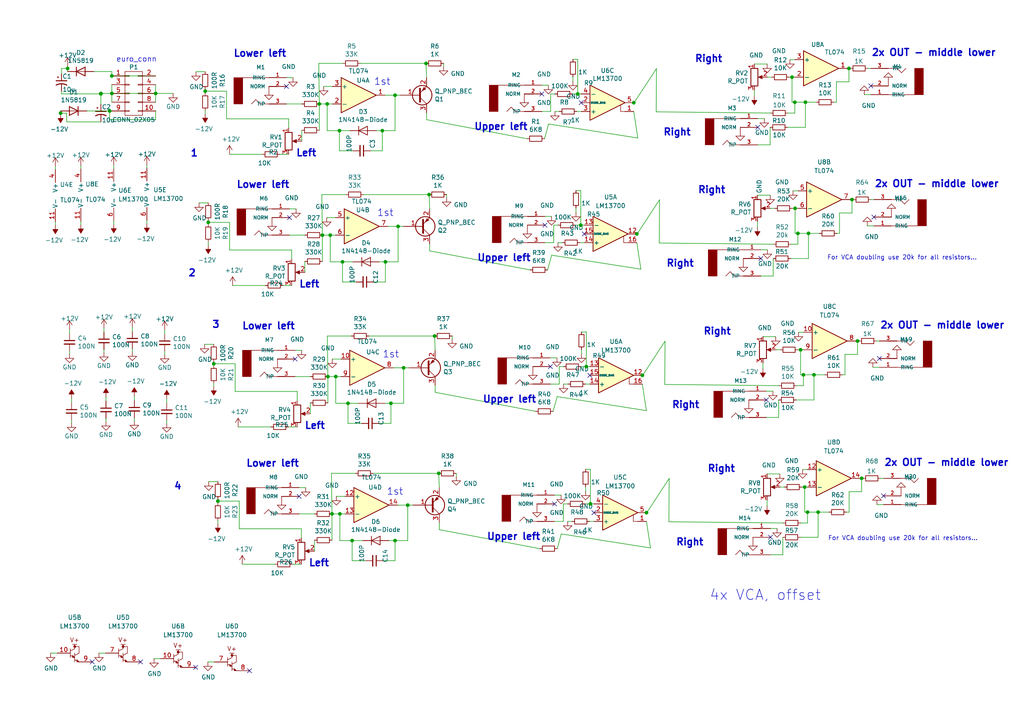
<source format=kicad_sch>
(kicad_sch (version 20211123) (generator eeschema)
  (paper "A4")
  (junction (at 95.7834 68.199))
  (junction (at 29.2608 27.2288))
  (junction (at 17.5768 32.8168))
  (junction (at 127.254 137.287))
  (junction (at 110.8964 37.8968))
  (junction (at 97.3836 109.22))
  (junction (at 102.1334 156.7942))
  (junction (at 123.571 18.3896))
  (junction (at 19.6088 19.8628))
  (junction (at 234.2134 148.5392))
  (junction (at 246.2276 19.8374))
  (junction (at 114.5794 27.6098))
  (junction (at 187.5028 148.6916))
  (junction (at 170.053 106.3244))
  (junction (at 234.4928 67.691))
  (junction (at 98.4504 37.8968))
  (junction (at 249.9106 138.7348))
  (junction (at 63.1952 145.3388))
  (junction (at 111.7854 75.946))
  (junction (at 100.9396 116.967))
  (junction (at 171.2468 146.1516))
  (junction (at 92.6084 30.1498))
  (junction (at 32.4358 22.0218))
  (junction (at 95.0976 109.22))
  (junction (at 233.0196 108.712))
  (junction (at 96.2914 149.0472))
  (junction (at 167.5638 27.2542))
  (junction (at 231.4194 67.691))
  (junction (at 233.6038 29.6418))
  (junction (at 29.2608 27.1018))
  (junction (at 183.8198 29.7942))
  (junction (at 98.5774 149.0472))
  (junction (at 118.2624 146.5072))
  (junction (at 186.309 108.8644))
  (junction (at 232.2068 101.4476))
  (junction (at 115.4684 65.659))
  (junction (at 236.093 108.712))
  (junction (at 99.3394 75.946))
  (junction (at 45.1358 27.1018))
  (junction (at 32.4358 27.1018))
  (junction (at 126.0602 97.4598))
  (junction (at 113.3856 116.967))
  (junction (at 94.8944 30.1498))
  (junction (at 124.46 56.4388))
  (junction (at 59.5122 26.4414))
  (junction (at 93.4974 68.199))
  (junction (at 230.5304 29.6418))
  (junction (at 62.0014 105.5116))
  (junction (at 117.0686 106.68))
  (junction (at 60.4012 64.4906))
  (junction (at 184.7088 67.8434))
  (junction (at 237.2868 148.5392))
  (junction (at 230.6066 60.4266))
  (junction (at 248.7168 98.9076))
  (junction (at 247.1166 57.8866))
  (junction (at 168.4528 65.3034))
  (junction (at 31.8008 32.1818))
  (junction (at 229.7176 22.3774))
  (junction (at 233.4006 141.2748))
  (junction (at 114.5794 156.7942))
  (no_connect (at 169.4688 67.8434))
  (no_connect (at 256.2606 143.8148))
  (no_connect (at 160.8328 146.1516))
  (no_connect (at 26.7462 191.9732))
  (no_connect (at 171.069 108.8644))
  (no_connect (at 40.767 191.9732))
  (no_connect (at 159.639 106.3244))
  (no_connect (at 86.7664 143.9672))
  (no_connect (at 157.1498 27.2542))
  (no_connect (at 83.0834 25.0698))
  (no_connect (at 85.5726 104.14))
  (no_connect (at 219.7862 36.9316))
  (no_connect (at 253.4666 62.9666))
  (no_connect (at 255.0668 103.9876))
  (no_connect (at 172.2628 148.6916))
  (no_connect (at 252.5776 24.9174))
  (no_connect (at 56.7436 193.5734))
  (no_connect (at 72.3646 194.5386))
  (no_connect (at 168.5798 29.7942))
  (no_connect (at 223.4692 155.829))
  (no_connect (at 220.6752 74.9808))
  (no_connect (at 83.9724 63.119))
  (no_connect (at 158.0388 65.3034))
  (no_connect (at 222.2754 116.0018))
  (wire (pts (xy 223.4692 153.289) (xy 225.3742 153.289)))
  (wire (pts (xy 32.9946 64.1096) (xy 32.9946 65.024)))
  (wire (pts (xy 159.9946 74.0156) (xy 185.8772 78.0796)))
  (wire (pts (xy 161.8488 70.3834) (xy 163.1188 70.3834)))
  (wire (pts (xy 32.4358 20.7518) (xy 32.4358 22.0218)))
  (wire (pts (xy 63.1952 151.003) (xy 63.1952 151.892)))
  (wire (pts (xy 192.8114 111.506) (xy 225.933 111.8616)))
  (wire (pts (xy 29.2608 35.3568) (xy 19.3548 35.3568)))
  (wire (pts (xy 85.5726 109.22) (xy 90.0176 109.22)))
  (wire (pts (xy 226.2886 141.2748) (xy 227.5078 141.2748)))
  (wire (pts (xy 232.2068 108.712) (xy 233.0196 108.712)))
  (wire (pts (xy 98.4504 37.8968) (xy 101.4984 37.8968)))
  (wire (pts (xy 105.41 56.4388) (xy 124.46 56.4388)))
  (wire (pts (xy 38.9636 114.9604) (xy 38.9636 116.1542)))
  (wire (pts (xy 114.5794 27.6098) (xy 116.1034 27.6098)))
  (wire (pts (xy 93.8784 25.0698) (xy 96.4184 25.0698)))
  (wire (pts (xy 183.8198 32.3342) (xy 184.9882 40.0304)))
  (wire (pts (xy 241.8334 29.6418) (xy 242.5954 29.6418)))
  (wire (pts (xy 88.4174 75.819) (xy 88.4174 78.994)))
  (wire (pts (xy 90.0176 116.84) (xy 90.0176 120.015)))
  (wire (pts (xy 222.4786 137.4648) (xy 226.187 137.4648)))
  (wire (pts (xy 68.199 113.538) (xy 86.2076 113.538)))
  (wire (pts (xy 113.3856 116.967) (xy 117.0686 116.967)))
  (wire (pts (xy 97.5614 143.9672) (xy 100.1014 143.9672)))
  (wire (pts (xy 17.8308 27.2288) (xy 29.2608 27.2288)))
  (wire (pts (xy 169.8498 141.1986) (xy 169.8498 142.4686)))
  (wire (pts (xy 96.2914 149.0472) (xy 98.5774 149.0472)))
  (wire (pts (xy 19.6088 19.8628) (xy 19.6088 20.7518)))
  (wire (pts (xy 132.334 137.287) (xy 132.334 138.176)))
  (wire (pts (xy 160.6042 70.3834) (xy 160.6042 65.3034)))
  (wire (pts (xy 114.1476 106.68) (xy 117.0686 106.68)))
  (wire (pts (xy 229.108 17.2974) (xy 230.5304 17.2974)))
  (wire (pts (xy 99.3394 81.788) (xy 103.2764 81.788)))
  (wire (pts (xy 186.3852 108.8898) (xy 186.309 108.8644)))
  (wire (pts (xy 159.639 103.7844) (xy 161.544 103.7844)))
  (wire (pts (xy 45.1358 27.1018) (xy 45.1358 29.6418)))
  (wire (pts (xy 107.4674 43.7388) (xy 110.8964 43.7388)))
  (wire (pts (xy 229.7176 22.3774) (xy 229.7176 29.6418)))
  (wire (pts (xy 42.5958 47.879) (xy 42.5958 48.7172)))
  (wire (pts (xy 158.0388 62.7634) (xy 159.9438 62.7634)))
  (wire (pts (xy 233.4006 148.5392) (xy 234.2134 148.5392)))
  (wire (pts (xy 231.394 101.4476) (xy 232.2068 101.4476)))
  (wire (pts (xy 168.529 106.3244) (xy 170.053 106.3244)))
  (wire (pts (xy 243.4844 61.7728) (xy 247.1166 61.7728)))
  (wire (pts (xy 110.8964 43.7388) (xy 110.8964 37.8968)))
  (wire (pts (xy 164.6428 151.2316) (xy 165.9128 151.2316)))
  (wire (pts (xy 247.1166 61.7728) (xy 247.1166 57.8866)))
  (wire (pts (xy 251.714 19.8374) (xy 252.5776 19.8374)))
  (wire (pts (xy 111.6076 116.967) (xy 113.3856 116.967)))
  (wire (pts (xy 66.5988 64.4906) (xy 66.5988 72.517)))
  (wire (pts (xy 126.2126 111.76) (xy 126.2126 113.792)))
  (wire (pts (xy 63.1952 145.3388) (xy 63.1952 145.923)))
  (wire (pts (xy 94.8944 37.8968) (xy 98.4504 37.8968)))
  (wire (pts (xy 100.9396 116.967) (xy 100.9396 122.809)))
  (wire (pts (xy 29.2608 27.1018) (xy 29.2608 27.2288)))
  (wire (pts (xy 232.2068 151.6888) (xy 234.2134 151.6888)))
  (wire (pts (xy 162.2044 106.3244) (xy 163.449 106.3244)))
  (wire (pts (xy 220.6752 72.4408) (xy 222.5802 72.4408)))
  (wire (pts (xy 170.9928 151.2316) (xy 172.2628 151.2316)))
  (wire (pts (xy 97.3836 109.22) (xy 97.3836 116.967)))
  (wire (pts (xy 124.6124 72.771) (xy 153.7462 78.2828)))
  (wire (pts (xy 30.1498 95.1484) (xy 30.1498 96.3422)))
  (wire (pts (xy 59.5122 26.4414) (xy 59.5122 27.0256)))
  (wire (pts (xy 65.7098 34.4678) (xy 83.7184 34.4678)))
  (wire (pts (xy 59.5122 32.1056) (xy 59.5122 32.9946)))
  (wire (pts (xy 161.5948 115.0366) (xy 160.4264 119.3038)))
  (wire (pts (xy 95.7834 68.199) (xy 95.7834 75.946)))
  (wire (pts (xy 23.4442 64.2112) (xy 23.4442 65.1256)))
  (wire (pts (xy 62.0014 105.5116) (xy 68.199 105.5116)))
  (wire (pts (xy 229.4128 70.8406) (xy 231.4194 70.8406)))
  (wire (pts (xy 66.5734 44.7548) (xy 76.0984 44.7548)))
  (wire (pts (xy 60.4012 70.1548) (xy 60.4012 71.0438)))
  (wire (pts (xy 254.2032 98.9076) (xy 255.0668 98.9076)))
  (wire (pts (xy 115.4684 75.946) (xy 115.4684 65.659)))
  (wire (pts (xy 168.1988 70.3834) (xy 169.4688 70.3834)))
  (wire (pts (xy 157.1498 24.7142) (xy 159.0548 24.7142)))
  (wire (pts (xy 69.3928 153.3652) (xy 87.4014 153.3652)))
  (wire (pts (xy 253.4666 65.5066) (xy 251.5616 65.5066)))
  (wire (pts (xy 111.6584 27.6098) (xy 114.5794 27.6098)))
  (wire (pts (xy 233.6038 36.9316) (xy 233.6038 29.6418)))
  (wire (pts (xy 82.0674 82.804) (xy 84.6074 82.804)))
  (wire (pts (xy 95.7834 68.199) (xy 97.3074 68.199)))
  (wire (pts (xy 93.4974 68.199) (xy 93.345 56.4388)))
  (wire (pts (xy 99.3394 75.946) (xy 102.3874 75.946)))
  (wire (pts (xy 66.5988 72.517) (xy 84.6074 72.517)))
  (wire (pts (xy 161.5948 115.0366) (xy 187.4774 119.1006)))
  (wire (pts (xy 231.4194 67.691) (xy 234.4928 67.691)))
  (wire (pts (xy 45.1358 24.5618) (xy 45.1358 27.1018)))
  (wire (pts (xy 126.0602 97.4598) (xy 126.2126 101.6)))
  (wire (pts (xy 166.0398 27.2542) (xy 167.5638 27.2542)))
  (wire (pts (xy 87.4014 153.3652) (xy 87.4014 156.0322)))
  (wire (pts (xy 219.7862 34.3916) (xy 221.6912 34.3916)))
  (wire (pts (xy 245.0846 108.712) (xy 245.0846 102.7938)))
  (wire (pts (xy 231.5972 96.3676) (xy 233.0196 96.3676)))
  (wire (pts (xy 190.3984 19.8882) (xy 190.3222 32.4358)))
  (wire (pts (xy 83.9724 60.579) (xy 85.8774 60.579)))
  (wire (pts (xy 17.5768 32.1818) (xy 17.5768 32.8168)))
  (wire (pts (xy 218.7956 18.5674) (xy 222.504 18.5674)))
  (wire (pts (xy 62.0014 111.1758) (xy 62.0014 112.0648)))
  (wire (pts (xy 85.5726 101.6) (xy 87.4776 101.6)))
  (wire (pts (xy 48.3616 121.9708) (xy 48.3616 122.809)))
  (wire (pts (xy 230.6066 60.4266) (xy 231.4194 60.4266)))
  (wire (pts (xy 246.2784 142.621) (xy 249.9106 142.621)))
  (wire (pts (xy 83.0834 30.1498) (xy 87.5284 30.1498)))
  (wire (pts (xy 32.4358 24.5618) (xy 32.4358 27.1018)))
  (wire (pts (xy 83.0834 22.5298) (xy 84.9884 22.5298)))
  (wire (pts (xy 59.5122 26.4414) (xy 65.7098 26.4414)))
  (wire (pts (xy 96.3676 104.14) (xy 98.9076 104.14)))
  (wire (pts (xy 93.4974 68.199) (xy 95.7834 68.199)))
  (wire (pts (xy 92.6084 30.1498) (xy 94.8944 30.1498)))
  (wire (pts (xy 48.3616 115.697) (xy 48.3616 116.8908)))
  (wire (pts (xy 60.5282 139.7) (xy 63.1952 139.7)))
  (wire (pts (xy 168.656 101.3714) (xy 168.656 102.6414)))
  (wire (pts (xy 56.8452 20.8026) (xy 59.5122 20.8026)))
  (wire (pts (xy 225.0948 101.4476) (xy 226.314 101.4476)))
  (wire (pts (xy 30.734 121.4374) (xy 30.734 122.2756)))
  (wire (pts (xy 83.9724 68.199) (xy 88.4174 68.199)))
  (wire (pts (xy 167.0558 60.3504) (xy 167.0558 61.6204)))
  (wire (pts (xy 232.5878 141.2748) (xy 233.4006 141.2748)))
  (wire (pts (xy 102.1334 156.7942) (xy 102.1334 162.6362)))
  (wire (pts (xy 223.4946 60.4266) (xy 224.7138 60.4266)))
  (wire (pts (xy 129.54 56.4388) (xy 129.54 57.3278)))
  (wire (pts (xy 160.8328 151.2316) (xy 163.3982 151.2316)))
  (wire (pts (xy 255.0668 106.5276) (xy 253.1618 106.5276)))
  (wire (pts (xy 45.1358 27.1018) (xy 50.2158 27.1018)))
  (wire (pts (xy 236.093 116.0018) (xy 236.093 108.712)))
  (wire (pts (xy 93.345 56.4388) (xy 100.33 56.4388)))
  (wire (pts (xy 222.2754 113.4618) (xy 224.1804 113.4618)))
  (wire (pts (xy 100.9396 116.967) (xy 103.9876 116.967)))
  (wire (pts (xy 162.2044 111.4044) (xy 162.2044 106.3244)))
  (wire (pts (xy 162.7886 154.8638) (xy 161.6202 159.131)))
  (wire (pts (xy 192.8876 98.9584) (xy 192.8114 111.506)))
  (wire (pts (xy 69.0626 123.825) (xy 78.5876 123.825)))
  (wire (pts (xy 99.3394 75.946) (xy 99.3394 81.788)))
  (wire (pts (xy 112.5474 65.659) (xy 115.4684 65.659)))
  (wire (pts (xy 45.1358 32.1818) (xy 45.1358 34.7218)))
  (wire (pts (xy 234.2134 148.5392) (xy 237.2868 148.5392)))
  (wire (pts (xy 249.4534 138.7348) (xy 249.9106 138.7348)))
  (wire (pts (xy 84.8614 163.6522) (xy 87.4014 163.6522)))
  (wire (pts (xy 111.7854 75.946) (xy 115.4684 75.946)))
  (wire (pts (xy 159.1056 35.9664) (xy 184.9882 40.0304)))
  (wire (pts (xy 236.093 108.712) (xy 239.2426 108.712)))
  (wire (pts (xy 98.5774 149.0472) (xy 100.1014 149.0472)))
  (wire (pts (xy 91.2114 156.6672) (xy 91.2114 159.8422)))
  (wire (pts (xy 230.5304 32.7914) (xy 230.5304 29.6418)))
  (wire (pts (xy 186.309 111.4044) (xy 187.4774 119.1006)))
  (wire (pts (xy 124.46 56.4388) (xy 124.6124 60.579)))
  (wire (pts (xy 123.7234 34.7218) (xy 152.8572 40.2336)))
  (wire (pts (xy 38.3794 101.219) (xy 38.3794 102.0572)))
  (wire (pts (xy 163.449 111.4044) (xy 164.719 111.4044)))
  (wire (pts (xy 163.3982 146.1516) (xy 164.6428 146.1516)))
  (wire (pts (xy 126.2126 113.792) (xy 155.3464 119.3038)))
  (wire (pts (xy 166.1668 17.2212) (xy 167.5638 17.2212)))
  (wire (pts (xy 256.2606 146.3548) (xy 254.3556 146.3548)))
  (wire (pts (xy 248.7168 102.7938) (xy 248.7168 98.9076)))
  (wire (pts (xy 98.4504 43.7388) (xy 102.3874 43.7388)))
  (wire (pts (xy 31.8008 32.1818) (xy 32.4358 32.1818)))
  (wire (pts (xy 102.1334 162.6362) (xy 106.0704 162.6362)))
  (wire (pts (xy 70.2564 163.6522) (xy 79.7814 163.6522)))
  (wire (pts (xy 38.3794 94.9452) (xy 38.3794 96.139)))
  (wire (pts (xy 60.4012 64.4906) (xy 66.5988 64.4906)))
  (wire (pts (xy 81.1784 44.7548) (xy 83.7184 44.7548)))
  (wire (pts (xy 104.521 18.3896) (xy 123.571 18.3896)))
  (wire (pts (xy 233.4006 141.2748) (xy 234.2134 141.2748)))
  (wire (pts (xy 114.5794 156.7942) (xy 118.2624 156.7942)))
  (wire (pts (xy 232.2068 101.4476) (xy 232.2068 108.712)))
  (wire (pts (xy 229.7176 29.6418) (xy 230.5304 29.6418)))
  (wire (pts (xy 28.702 189.4332) (xy 30.607 189.4332)))
  (wire (pts (xy 95.0976 109.22) (xy 94.9452 97.4598)))
  (wire (pts (xy 246.6594 57.8866) (xy 247.1166 57.8866)))
  (wire (pts (xy 167.5638 17.2212) (xy 167.5638 27.2542)))
  (wire (pts (xy 112.8014 156.7942) (xy 114.5794 156.7942)))
  (wire (pts (xy 128.651 18.3896) (xy 128.651 19.2786)))
  (wire (pts (xy 16.0528 64.3636) (xy 16.0528 65.278)))
  (wire (pts (xy 47.7774 101.9556) (xy 47.7774 102.7938)))
  (wire (pts (xy 242.7224 67.691) (xy 243.4844 67.691)))
  (wire (pts (xy 98.5774 149.0472) (xy 98.5774 156.7942)))
  (wire (pts (xy 221.2848 97.6376) (xy 224.9932 97.6376)))
  (wire (pts (xy 17.8308 21.3868) (xy 17.8308 19.8628)))
  (wire (pts (xy 233.6038 29.6418) (xy 236.7534 29.6418)))
  (wire (pts (xy 247.1166 57.8866) (xy 247.523 57.8866)))
  (wire (pts (xy 124.6124 70.739) (xy 124.6124 72.771)))
  (wire (pts (xy 194.0814 138.7856) (xy 194.0052 151.3332)))
  (wire (pts (xy 123.571 18.3896) (xy 123.7234 22.5298)))
  (wire (pts (xy 157.1498 32.3342) (xy 159.7152 32.3342)))
  (wire (pts (xy 94.9452 97.4598) (xy 101.9302 97.4598)))
  (wire (pts (xy 190.3222 32.4358) (xy 223.4438 32.7914)))
  (wire (pts (xy 229.3366 74.9808) (xy 234.4928 74.9808)))
  (wire (pts (xy 225.8568 121.0818) (xy 225.8568 116.0018)))
  (wire (pts (xy 31.8008 34.7218) (xy 31.8008 32.1818)))
  (wire (pts (xy 109.1184 37.8968) (xy 110.8964 37.8968)))
  (wire (pts (xy 16.0528 48.2854) (xy 16.0528 49.1236)))
  (wire (pts (xy 187.5028 151.2316) (xy 188.6712 158.9278)))
  (wire (pts (xy 252.603 57.8866) (xy 253.4666 57.8866)))
  (wire (pts (xy 224.2566 80.0608) (xy 224.2566 74.9808)))
  (wire (pts (xy 168.4528 65.3034) (xy 169.4688 65.3034)))
  (wire (pts (xy 45.1358 34.7218) (xy 31.8008 34.7218)))
  (wire (pts (xy 230.9368 116.0018) (xy 236.093 116.0018)))
  (wire (pts (xy 127.254 137.287) (xy 127.4064 141.4272)))
  (wire (pts (xy 232.2068 101.4476) (xy 233.0196 101.4476)))
  (wire (pts (xy 184.785 67.8688) (xy 191.2874 57.9374)))
  (wire (pts (xy 228.9048 22.3774) (xy 229.7176 22.3774)))
  (wire (pts (xy 32.4358 27.1018) (xy 29.2608 27.1018)))
  (wire (pts (xy 117.0686 106.68) (xy 118.5926 106.68)))
  (wire (pts (xy 229.997 55.3466) (xy 231.4194 55.3466)))
  (wire (pts (xy 63.1952 145.3388) (xy 69.3928 145.3388)))
  (wire (pts (xy 228.5238 32.7914) (xy 230.5304 32.7914)))
  (wire (pts (xy 234.2134 151.6888) (xy 234.2134 148.5392)))
  (wire (pts (xy 166.1668 22.3012) (xy 166.1668 23.5712)))
  (wire (pts (xy 244.3226 108.712) (xy 245.0846 108.712)))
  (wire (pts (xy 95.0976 109.22) (xy 97.3836 109.22)))
  (wire (pts (xy 159.639 111.4044) (xy 162.2044 111.4044)))
  (wire (pts (xy 169.7228 146.1516) (xy 171.2468 146.1516)))
  (wire (pts (xy 107.0102 97.4598) (xy 126.0602 97.4598)))
  (wire (pts (xy 222.6056 22.3774) (xy 223.8248 22.3774)))
  (wire (pts (xy 246.2276 23.7236) (xy 246.2276 19.8374)))
  (wire (pts (xy 19.6088 19.2278) (xy 19.6088 19.8628)))
  (wire (pts (xy 87.5284 37.7698) (xy 87.5284 40.9448)))
  (wire (pts (xy 227.0506 160.909) (xy 227.0506 155.829)))
  (wire (pts (xy 223.4692 160.909) (xy 227.0506 160.909)))
  (wire (pts (xy 86.2076 113.538) (xy 86.2076 116.205)))
  (wire (pts (xy 32.9946 48.0314) (xy 32.9946 48.8696)))
  (wire (pts (xy 245.7704 19.8374) (xy 246.2276 19.8374)))
  (wire (pts (xy 127.4064 151.5872) (xy 127.4064 153.6192)))
  (wire (pts (xy 219.7862 42.0116) (xy 223.3676 42.0116)))
  (wire (pts (xy 86.7664 149.0472) (xy 91.2114 149.0472)))
  (wire (pts (xy 160.9598 32.3342) (xy 162.2298 32.3342)))
  (wire (pts (xy 169.8498 136.1186) (xy 171.2468 136.1186)))
  (wire (pts (xy 20.1676 101.8286) (xy 20.1676 102.6668)))
  (wire (pts (xy 166.9288 65.3034) (xy 168.4528 65.3034)))
  (wire (pts (xy 62.0014 105.5116) (xy 62.0014 106.0958)))
  (wire (pts (xy 94.8944 30.1498) (xy 96.4184 30.1498)))
  (wire (pts (xy 248.2596 98.9076) (xy 248.7168 98.9076)))
  (wire (pts (xy 118.2624 146.5072) (xy 119.7864 146.5072)))
  (wire (pts (xy 232.791 136.1948) (xy 234.2134 136.1948)))
  (wire (pts (xy 127.4064 153.6192) (xy 156.5402 159.131)))
  (wire (pts (xy 30.1498 101.4222) (xy 30.1498 102.2604)))
  (wire (pts (xy 42.5958 63.9572) (xy 42.5958 64.8716)))
  (wire (pts (xy 184.7088 70.3834) (xy 185.8772 78.0796)))
  (wire (pts (xy 93.4974 68.199) (xy 93.4974 75.819)))
  (wire (pts (xy 160.6042 65.3034) (xy 161.8488 65.3034)))
  (wire (pts (xy 92.6084 30.1498) (xy 92.456 18.3896)))
  (wire (pts (xy 249.9106 138.7348) (xy 250.317 138.7348)))
  (wire (pts (xy 233.0196 108.712) (xy 236.093 108.712)))
  (wire (pts (xy 245.5164 148.5392) (xy 246.2784 148.5392)))
  (wire (pts (xy 242.5954 29.6418) (xy 242.5954 23.7236)))
  (wire (pts (xy 168.4528 55.2704) (xy 168.4528 65.3034)))
  (wire (pts (xy 159.1056 35.9664) (xy 157.9372 40.2336)))
  (wire (pts (xy 111.1504 162.6362) (xy 114.5794 162.6362)))
  (wire (pts (xy 230.6066 60.4266) (xy 230.6066 67.691)))
  (wire (pts (xy 98.4504 37.8968) (xy 98.4504 43.7388)))
  (wire (pts (xy 223.3676 42.0116) (xy 223.3676 36.9316)))
  (wire (pts (xy 60.4012 63.9318) (xy 60.4012 64.4906)))
  (wire (pts (xy 187.579 148.717) (xy 187.5028 148.6916)))
  (wire (pts (xy 242.5954 23.7236) (xy 246.2276 23.7236)))
  (wire (pts (xy 183.896 29.8196) (xy 190.3984 19.8882)))
  (wire (pts (xy 171.2468 146.1516) (xy 172.2628 146.1516)))
  (wire (pts (xy 59.3344 99.8728) (xy 62.0014 99.8728)))
  (wire (pts (xy 246.2784 148.5392) (xy 246.2784 142.621)))
  (wire (pts (xy 158.0388 70.3834) (xy 160.6042 70.3834)))
  (wire (pts (xy 163.3982 151.2316) (xy 163.3982 146.1516)))
  (wire (pts (xy 97.3836 116.967) (xy 100.9396 116.967)))
  (wire (pts (xy 229.7176 22.3774) (xy 230.5304 22.3774)))
  (wire (pts (xy 115.3414 146.5072) (xy 118.2624 146.5072)))
  (wire (pts (xy 69.3928 145.3388) (xy 69.3928 153.3652)))
  (wire (pts (xy 63.1952 144.78) (xy 63.1952 145.3388)))
  (wire (pts (xy 32.4358 22.0218) (xy 45.1358 22.0218)))
  (wire (pts (xy 14.6812 189.4332) (xy 16.5862 189.4332)))
  (wire (pts (xy 113.3856 122.809) (xy 113.3856 116.967)))
  (wire (pts (xy 232.1306 155.829) (xy 237.2868 155.829)))
  (wire (pts (xy 94.8944 30.1498) (xy 94.8944 37.8968)))
  (wire (pts (xy 32.4358 27.1018) (xy 45.1358 27.1018)))
  (wire (pts (xy 252.5776 27.4574) (xy 250.6726 27.4574)))
  (wire (pts (xy 123.7234 32.6898) (xy 123.7234 34.7218)))
  (wire (pts (xy 231.013 111.8616) (xy 233.0196 111.8616)))
  (wire (pts (xy 186.3852 108.8898) (xy 192.8876 98.9584)))
  (wire (pts (xy 17.5768 32.8168) (xy 17.5768 33.0708)))
  (wire (pts (xy 237.2868 155.829) (xy 237.2868 148.5392)))
  (wire (pts (xy 60.4012 64.4906) (xy 60.4012 65.0748)))
  (wire (pts (xy 230.6066 67.691) (xy 231.4194 67.691)))
  (wire (pts (xy 234.4928 74.9808) (xy 234.4928 67.691)))
  (wire (pts (xy 170.053 96.2914) (xy 170.053 106.3244)))
  (wire (pts (xy 246.2276 19.8374) (xy 246.634 19.8374)))
  (wire (pts (xy 249.9106 142.621) (xy 249.9106 138.7348)))
  (wire (pts (xy 20.7518 121.8438) (xy 20.7518 122.682)))
  (wire (pts (xy 234.4928 67.691) (xy 237.6424 67.691)))
  (wire (pts (xy 194.0052 151.3332) (xy 227.1268 151.6888)))
  (wire (pts (xy 191.2112 70.485) (xy 224.3328 70.8406)))
  (wire (pts (xy 110.0074 75.946) (xy 111.7854 75.946)))
  (wire (pts (xy 86.7664 141.4272) (xy 88.6714 141.4272)))
  (wire (pts (xy 17.8308 26.4668) (xy 17.8308 27.2288)))
  (wire (pts (xy 233.0196 111.8616) (xy 233.0196 108.712)))
  (wire (pts (xy 23.4442 48.133) (xy 23.4442 48.9712)))
  (wire (pts (xy 25.1968 32.1818) (xy 31.8008 32.1818)))
  (wire (pts (xy 96.2914 149.0472) (xy 96.139 137.287)))
  (wire (pts (xy 109.9566 122.809) (xy 113.3856 122.809)))
  (wire (pts (xy 60.2996 191.9986) (xy 62.2046 191.9986)))
  (wire (pts (xy 231.4194 70.8406) (xy 231.4194 67.691)))
  (wire (pts (xy 219.6846 56.6166) (xy 223.393 56.6166)))
  (wire (pts (xy 108.204 137.287) (xy 127.254 137.287)))
  (wire (pts (xy 32.4358 27.1018) (xy 32.4358 29.6418)))
  (wire (pts (xy 84.6074 72.517) (xy 84.6074 75.184)))
  (wire (pts (xy 57.7342 58.8518) (xy 60.4012 58.8518)))
  (wire (pts (xy 94.7674 63.119) (xy 97.3074 63.119)))
  (wire (pts (xy 62.0014 104.9528) (xy 62.0014 105.5116)))
  (wire (pts (xy 59.5122 25.8826) (xy 59.5122 26.4414)))
  (wire (pts (xy 96.2914 149.0472) (xy 96.2914 156.6672)))
  (wire (pts (xy 222.2754 121.0818) (xy 225.8568 121.0818)))
  (wire (pts (xy 29.2608 27.2288) (xy 29.2608 30.2768)))
  (wire (pts (xy 219.6846 64.2366) (xy 219.6846 65.8876)))
  (wire (pts (xy 221.2848 105.2576) (xy 221.2848 106.9086)))
  (wire (pts (xy 97.3836 109.22) (xy 98.9076 109.22)))
  (wire (pts (xy 102.1334 156.7942) (xy 105.1814 156.7942)))
  (wire (pts (xy 96.139 137.287) (xy 103.124 137.287)))
  (wire (pts (xy 245.0846 102.7938) (xy 248.7168 102.7938)))
  (wire (pts (xy 17.8308 19.8628) (xy 19.6088 19.8628)))
  (wire (pts (xy 117.0686 116.967) (xy 117.0686 106.68)))
  (wire (pts (xy 92.456 18.3896) (xy 99.441 18.3896)))
  (wire (pts (xy 160.8328 143.6116) (xy 162.7378 143.6116)))
  (wire (pts (xy 115.4684 65.659) (xy 116.9924 65.659)))
  (wire (pts (xy 131.1402 97.4598) (xy 131.1402 98.3488)))
  (wire (pts (xy 19.3548 32.8168) (xy 17.5768 32.8168)))
  (wire (pts (xy 38.9636 121.2342) (xy 38.9636 122.0724)))
  (wire (pts (xy 255.397 138.7348) (xy 256.2606 138.7348)))
  (wire (pts (xy 168.656 96.2914) (xy 170.053 96.2914)))
  (wire (pts (xy 237.2868 148.5392) (xy 240.4364 148.5392)))
  (wire (pts (xy 187.579 148.717) (xy 194.0814 138.7856)))
  (wire (pts (xy 20.7518 115.57) (xy 20.7518 116.7638)))
  (wire (pts (xy 184.785 67.8688) (xy 184.7088 67.8434)))
  (wire (pts (xy 162.7886 154.8638) (xy 188.6712 158.9278)))
  (wire (pts (xy 183.896 29.8196) (xy 183.8198 29.7942)))
  (wire (pts (xy 92.6084 30.1498) (xy 92.6084 37.7698)))
  (wire (pts (xy 114.5794 162.6362) (xy 114.5794 156.7942)))
  (wire (pts (xy 233.4006 141.2748) (xy 233.4006 148.5392)))
  (wire (pts (xy 159.7152 32.3342) (xy 159.7152 27.2542)))
  (wire (pts (xy 95.0976 109.22) (xy 95.0976 116.84)))
  (wire (pts (xy 20.1676 95.5548) (xy 20.1676 96.7486)))
  (wire (pts (xy 228.4476 36.9316) (xy 233.6038 36.9316)))
  (wire (pts (xy 171.2468 136.1186) (xy 171.2468 146.1516)))
  (wire (pts (xy 68.199 105.5116) (xy 68.199 113.538)))
  (wire (pts (xy 27.2288 20.7518) (xy 32.4358 20.7518)))
  (wire (pts (xy 108.3564 81.788) (xy 111.7854 81.788)))
  (wire (pts (xy 30.734 115.1636) (xy 30.734 116.3574)))
  (wire (pts (xy 169.799 111.4044) (xy 171.069 111.4044)))
  (wire (pts (xy 110.8964 37.8968) (xy 114.5794 37.8968)))
  (wire (pts (xy 100.9396 122.809) (xy 104.8766 122.809)))
  (wire (pts (xy 218.7956 26.1874) (xy 218.7956 27.8384)))
  (wire (pts (xy 167.3098 32.3342) (xy 168.5798 32.3342)))
  (wire (pts (xy 222.4786 145.0848) (xy 222.4786 146.7358)))
  (wire (pts (xy 248.7168 98.9076) (xy 249.1232 98.9076)))
  (wire (pts (xy 83.7184 34.4678) (xy 83.7184 37.1348)))
  (wire (pts (xy 47.7774 95.6818) (xy 47.7774 96.8756)))
  (wire (pts (xy 159.9946 74.0156) (xy 158.8262 78.2828)))
  (wire (pts (xy 167.0558 55.2704) (xy 168.4528 55.2704)))
  (wire (pts (xy 111.7854 81.788) (xy 111.7854 75.946)))
  (wire (pts (xy 159.7152 27.2542) (xy 160.9598 27.2542)))
  (wire (pts (xy 243.4844 67.691) (xy 243.4844 61.7728)))
  (wire (pts (xy 65.7098 26.4414) (xy 65.7098 34.4678)))
  (wire (pts (xy 118.2624 156.7942) (xy 118.2624 146.5072)))
  (wire (pts (xy 44.6786 191.0334) (xy 46.5836 191.0334)))
  (wire (pts (xy 98.5774 156.7942) (xy 102.1334 156.7942)))
  (wire (pts (xy 83.6676 123.825) (xy 86.2076 123.825)))
  (wire (pts (xy 191.2874 57.9374) (xy 191.2112 70.485)))
  (wire (pts (xy 220.6752 80.0608) (xy 224.2566 80.0608)))
  (wire (pts (xy 170.053 106.3244) (xy 171.069 106.3244)))
  (wire (pts (xy 95.7834 75.946) (xy 99.3394 75.946)))
  (wire (pts (xy 114.5794 37.8968) (xy 114.5794 27.6098)))
  (wire (pts (xy 167.5638 27.2542) (xy 168.5798 27.2542)))
  (wire (pts (xy 67.4624 82.804) (xy 76.9874 82.804)))
  (wire (pts (xy 229.7938 60.4266) (xy 230.6066 60.4266)))
  (wire (pts (xy 230.5304 29.6418) (xy 233.6038 29.6418)))
  (wire (pts (xy 19.3548 35.3568) (xy 19.3548 32.8168)))
  (text "Upper left" (at 139.9032 117.1194 0) (effects (font (size 2 2) bold) (justify left bottom)))
  (text "Lower left" (at 70.104 95.885 0) (effects (font (size 2 2) bold) (justify left bottom)))
  (text "1st\n" (at 112.1156 143.891 0) (effects (font (size 2.0066 2.0066)) (justify left bottom)))
  (text "Upper left" (at 137.414 38.0492 0) (effects (font (size 2 2) bold) (justify left bottom)))
  (text "4x VCA, offset" (at 205.74 174.498 0) (effects (font (size 3 3)) (justify left bottom)))
  (text "2x OUT - middle lower" (at 252.7046 16.5862 0) (effects (font (size 2 2) (thickness 0.4) bold) (justify left bottom)))
  (text "2x OUT - middle lower" (at 255.1938 95.6564 0) (effects (font (size 2 2) (thickness 0.4) bold) (justify left bottom)))
  (text "Left" (at 88.265 124.7648 0) (effects (font (size 2 2) (thickness 0.4) bold) (justify left bottom)))
  (text "For VCA doubling use 20k for all resistors..." (at 240.157 156.972 0) (effects (font (size 1.27 1.27)) (justify left bottom)))
  (text "Lower left" (at 67.6148 16.8148 0) (effects (font (size 2 2) bold) (justify left bottom)))
  (text "Left" (at 85.7758 45.6946 0) (effects (font (size 2 2) (thickness 0.4) bold) (justify left bottom)))
  (text "Lower left" (at 68.5038 54.864 0) (effects (font (size 2 2) bold) (justify left bottom)))
  (text "Left" (at 89.4588 164.592 0) (effects (font (size 2 2) (thickness 0.4) bold) (justify left bottom)))
  (text "Lower left" (at 71.2978 135.7122 0) (effects (font (size 2 2) bold) (justify left bottom)))
  (text "Right		" (at 195.961 158.5468 0) (effects (font (size 2 2) bold) (justify left bottom)))
  (text "euro_conn" (at 33.7058 18.2118 0) (effects (font (size 1.524 1.524)) (justify left bottom)))
  (text "Right		" (at 194.7672 118.7196 0) (effects (font (size 2 2) bold) (justify left bottom)))
  (text "Right\n" (at 205.105 137.2362 0) (effects (font (size 2 2) bold) (justify left bottom)))
  (text "Upper left" (at 141.097 156.9466 0) (effects (font (size 2 2) bold) (justify left bottom)))
  (text "Right\n" (at 201.422 18.3388 0) (effects (font (size 2 2) bold) (justify left bottom)))
  (text "1st\n" (at 109.3216 63.0428 0) (effects (font (size 2.0066 2.0066)) (justify left bottom)))
  (text "1st\n" (at 108.4326 24.9936 0) (effects (font (size 2.0066 2.0066)) (justify left bottom)))
  (text "1st\n" (at 110.9218 104.0638 0) (effects (font (size 2.0066 2.0066)) (justify left bottom)))
  (text "For VCA doubling use 20k for all resistors..." (at 239.903 75.565 0) (effects (font (size 1.27 1.27)) (justify left bottom)))
  (text "Right		" (at 192.278 39.6494 0) (effects (font (size 2 2) bold) (justify left bottom)))
  (text "2x OUT - middle lower" (at 253.5936 54.6354 0) (effects (font (size 2 2) (thickness 0.4) bold) (justify left bottom)))
  (text "Right		" (at 193.167 77.6986 0) (effects (font (size 2 2) bold) (justify left bottom)))
  (text "Upper left" (at 138.303 76.0984 0) (effects (font (size 2 2) bold) (justify left bottom)))
  (text "Right\n" (at 203.9112 97.409 0) (effects (font (size 2 2) bold) (justify left bottom)))
  (text "Right\n" (at 202.311 56.388 0) (effects (font (size 2 2) bold) (justify left bottom)))
  (text "3" (at 61.4172 95.4532 0) (effects (font (size 2 2) bold) (justify left bottom)))
  (text "2" (at 54.5084 80.518 0) (effects (font (size 2 2) (thickness 0.4) bold) (justify left bottom)))
  (text "2x OUT - middle lower" (at 256.3876 135.4836 0) (effects (font (size 2 2) (thickness 0.4) bold) (justify left bottom)))
  (text "Left" (at 86.6648 83.7438 0) (effects (font (size 2 2) (thickness 0.4) bold) (justify left bottom)))
  (text "1" (at 55.1434 45.7454 0) (effects (font (size 2 2) (thickness 0.4) bold) (justify left bottom)))
  (text "4" (at 50.3682 142.3162 0) (effects (font (size 2 2) bold) (justify left bottom)))
  (symbol (lib_id "Device:C_Small") (at 38.3794 98.679 0) (unit 1)
    (property "Reference" "C8" (at 40.7162 97.5106 0) (effects (justify left)))
    (property "Value" "100N" (at 40.7162 99.822 0) (effects (justify left)))
    (property "Footprint" "Capacitor_SMD:C_0805_2012Metric" (effects hide))
  )
  (symbol (lib_id "Amplifier_Operational:TL074") (at 238.1504 19.8374 0) (unit 1)
    (property "Reference" "U8" (at 237.1344 12.9286 0))
    (property "Value" "TL074" (at 242.1128 15.1384 0))
    (property "Footprint" "Package_SO:SOIC-14_3.9x8.7mm_P1.27mm" (effects hide))
    (property "Datasheet" "http://www.ti.com/lit/ds/symlink/tl071.pdf" (effects hide))
  )
  (symbol (lib_id "power:GND") (at 87.4776 101.6 0) (unit 1)
    (property "Reference" "#PWR057" (effects hide))
    (property "Value" "GND" (at 86.2076 98.425 0))
  )
  (symbol (lib_id "Amplifier_Operational:LM13700") (at 38.227 189.4332 0) (unit 4)
    (property "Reference" "U5" (at 35.687 179.07 0))
    (property "Value" "LM13700" (at 35.687 181.61 0))
    (property "Footprint" "Package_SO:SOIC-16_3.9x9.9mm_P1.27mm" (effects hide))
    (property "Datasheet" "http://www.ti.com/lit/ds/symlink/lm13700.pdf" (effects hide))
  )
  (symbol (lib_id "Device:R_Small") (at 251.6632 98.9076 270) (unit 1)
    (property "Reference" "R67" (at 251.6632 93.9292 90))
    (property "Value" "1K" (at 251.587 96.8248 90))
    (property "Footprint" "Resistor_SMD:R_0805_2012Metric" (effects hide))
  )
  (symbol (lib_id "Amplifier_Operational:LM13700") (at 176.1998 29.7942 0) (unit 3)
    (property "Reference" "U6" (at 176.1998 20.4724 0))
    (property "Value" "LM13700" (at 176.1998 22.7838 0))
    (property "Footprint" "Package_SO:SOIC-16_3.9x9.9mm_P1.27mm" (effects hide))
    (property "Datasheet" "http://www.ti.com/lit/ds/symlink/lm13700.pdf" (effects hide))
  )
  (symbol (lib_id "toad2-rescue:1N4148-Diode-allcolours_analogue-rescue") (at 108.9914 156.7942 0) (unit 1)
    (property "Reference" "D6" (at 108.9914 151.3078 0))
    (property "Value" "1N4148-Diode" (at 108.9914 153.6192 0))
    (property "Footprint" "Diode_SMD:D_SOD-123" (effects hide))
  )
  (symbol (lib_id "Device:R_Small") (at 239.2934 29.6418 270) (unit 1)
    (property "Reference" "R13" (at 239.2934 24.6634 90))
    (property "Value" "10K" (at 239.2934 26.9748 90))
    (property "Footprint" "Resistor_SMD:R_0805_2012Metric" (effects hide))
  )
  (symbol (lib_id "power:GND") (at 59.3344 99.8728 0) (unit 1)
    (property "Reference" "#PWR048" (effects hide))
    (property "Value" "GND" (at 59.4614 104.267 0))
  )
  (symbol (lib_id "toad2-rescue:GND-power-allcolours_analogue-rescue") (at 30.1498 102.2604 0) (unit 1)
    (property "Reference" "#PWR028" (effects hide))
    (property "Value" "GND" (at 30.1498 106.0704 0))
  )
  (symbol (lib_name "AUDIO-JACKERTHENVAR-PJ398-allcolours-rescue_1") (lib_id "toad2-rescue:AUDIO-JACKERTHENVAR-PJ398-allcolours-rescue") (at 79.1464 143.9672 0) (unit 1)
    (property "Reference" "M8" (at 79.2988 138.4046 0) (effects (font (size 1.143 1.143))))
    (property "Value" "AUDIO-JACKERTHENVAR-PJ398" (effects hide))
    (property "Footprint" "martin_module:Jack_3.5mm_QingPu_WQP-PJ398SM_Vertical_CircularHolesKEEPOUT" (effects hide))
  )
  (symbol (lib_id "power:-12V") (at 20.7518 115.57 0) (unit 1)
    (property "Reference" "#PWR022" (effects hide))
    (property "Value" "-12V" (at 21.1328 111.1758 0))
  )
  (symbol (lib_id "toad2-rescue:AUDIO-JACKERTHENVAR-PJ398-allcolours-rescue") (at 261.0866 62.9666 180) (unit 1)
    (property "Reference" "M16" (at 261.239 57.404 0) (effects (font (size 1.143 1.143))))
    (property "Value" "AUDIO-JACKERTHENVAR-PJ398" (effects hide))
    (property "Footprint" "martin_module:Jack_3.5mm_QingPu_WQP-PJ398SM_Vertical_CircularHolesKEEPOUT" (effects hide))
  )
  (symbol (lib_id "power:GND") (at 229.108 17.2974 0) (unit 1)
    (property "Reference" "#PWR015" (effects hide))
    (property "Value" "GND" (at 225.933 14.7574 0))
  )
  (symbol (lib_id "power:-12V") (at 23.4442 65.1256 180) (unit 1)
    (property "Reference" "#PWR025" (effects hide))
    (property "Value" "-12V" (at 23.0632 69.5198 0))
  )
  (symbol (lib_id "power:-12V") (at 30.734 115.1636 0) (unit 1)
    (property "Reference" "#PWR029" (effects hide))
    (property "Value" "-12V" (at 31.115 110.7694 0))
  )
  (symbol (lib_id "Device:R_Potentiometer") (at 222.4786 141.2748 0) (unit 1)
    (property "Reference" "RV8" (at 220.7006 140.1064 0) (effects (justify right)))
    (property "Value" "R_POT" (at 220.7006 142.4178 0) (effects (justify right)))
    (property "Footprint" "martin_module:Potentiometer_Alps-RK09" (effects hide))
  )
  (symbol (lib_id "power:-12V") (at 17.5768 33.0708 180) (unit 1)
    (property "Reference" "#PWR01" (effects hide))
    (property "Value" "-12V" (at 17.1958 37.465 0))
  )
  (symbol (lib_id "power:-12V") (at 218.7956 27.8384 180) (unit 1)
    (property "Reference" "#PWR012" (effects hide))
    (property "Value" "-12V" (at 214.8078 28.7274 0))
  )
  (symbol (lib_id "Device:R_Small") (at 60.4012 61.3918 180) (unit 1)
    (property "Reference" "R18" (at 65.3796 61.3918 90))
    (property "Value" "100R" (at 63.0682 61.3918 90))
    (property "Footprint" "Resistor_SMD:R_0805_2012Metric" (effects hide))
  )
  (symbol (lib_id "toad2-rescue:+12V-power-allcolours_analogue-rescue") (at 38.3794 94.9452 0) (unit 1)
    (property "Reference" "#PWR033" (effects hide))
    (property "Value" "+12V" (at 38.3794 91.7702 0))
  )
  (symbol (lib_id "power:GND") (at 57.7342 58.8518 0) (unit 1)
    (property "Reference" "#PWR047" (effects hide))
    (property "Value" "GND" (at 57.8612 63.246 0))
  )
  (symbol (lib_id "power:GND") (at 14.6812 189.4332 0) (unit 1)
    (property "Reference" "#PWR017" (effects hide))
    (property "Value" "GND" (at 14.8082 193.8274 0))
  )
  (symbol (lib_id "power:GND") (at 128.651 19.2786 0) (unit 1)
    (property "Reference" "#PWR08" (effects hide))
    (property "Value" "GND" (at 132.7658 21.3614 0))
  )
  (symbol (lib_id "toad2-rescue:GND-power-allcolours_analogue-rescue") (at 30.734 122.2756 0) (unit 1)
    (property "Reference" "#PWR030" (effects hide))
    (property "Value" "GND" (at 30.734 126.0856 0))
  )
  (symbol (lib_name "AUDIO-JACKERTHENVAR-PJ398-allcolours-rescue_2") (lib_id "toad2-rescue:AUDIO-JACKERTHENVAR-PJ398-allcolours-rescue") (at 150.4188 65.3034 0) (unit 1)
    (property "Reference" "M9" (at 150.5712 59.7408 0) (effects (font (size 1.143 1.143))))
    (property "Value" "AUDIO-JACKERTHENVAR-PJ398" (effects hide))
    (property "Footprint" "martin_module:Jack_3.5mm_QingPu_WQP-PJ398SM_Vertical_CircularHolesKEEPOUT" (effects hide))
  )
  (symbol (lib_id "power:GND") (at 229.997 55.3466 0) (unit 1)
    (property "Reference" "#PWR083" (effects hide))
    (property "Value" "GND" (at 226.822 52.8066 0))
  )
  (symbol (lib_id "Device:R_Small") (at 90.0684 37.7698 270) (unit 1)
    (property "Reference" "R4" (at 90.0684 32.7914 90))
    (property "Value" "330K" (at 90.0684 35.1028 90))
    (property "Footprint" "Resistor_SMD:R_0805_2012Metric" (effects hide))
  )
  (symbol (lib_id "toad2-rescue:CP1_Small-device-allcolours_analogue-rescue") (at 29.2608 32.8168 0) (unit 1)
    (property "Reference" "C2" (at 29.5148 31.0388 0) (effects (justify left)))
    (property "Value" "10u" (at 29.5148 34.8488 0) (effects (justify left)))
    (property "Footprint" "Capacitor_Tantalum_SMD:CP_EIA-3216-18_Kemet-A" (effects hide))
  )
  (symbol (lib_id "Device:C_Small") (at 20.7518 119.3038 0) (unit 1)
    (property "Reference" "C5" (at 23.0886 118.1354 0) (effects (justify left)))
    (property "Value" "100N" (at 23.0886 120.4468 0) (effects (justify left)))
    (property "Footprint" "Capacitor_SMD:C_0805_2012Metric" (effects hide))
  )
  (symbol (lib_id "power:GND") (at 132.334 138.176 0) (unit 1)
    (property "Reference" "#PWR064" (effects hide))
    (property "Value" "GND" (at 136.4488 140.2588 0))
  )
  (symbol (lib_id "power:GND") (at 224.9932 97.6376 0) (unit 1)
    (property "Reference" "#PWR080" (effects hide))
    (property "Value" "GND" (at 221.8182 95.0976 0))
  )
  (symbol (lib_id "Amplifier_Operational:TL074") (at 25.9842 56.5912 0) (unit 5)
    (property "Reference" "U8" (at 24.7396 53.4162 0) (effects (justify left)))
    (property "Value" "TL074" (at 24.7904 57.8611 0) (effects (justify left)))
    (property "Footprint" "Package_SO:SOIC-14_3.9x8.7mm_P1.27mm" (effects hide))
    (property "Datasheet" "http://www.ti.com/lit/ds/symlink/tl071.pdf" (effects hide))
  )
  (symbol (lib_id "Device:Q_PNP_BEC") (at 123.6726 106.68 0) (mirror x) (unit 1)
    (property "Reference" "Q3" (at 128.524 107.8484 0) (effects (justify left)))
    (property "Value" "Q_PNP_BEC" (at 128.524 105.537 0) (effects (justify left)))
    (property "Footprint" "Package_TO_SOT_SMD:SOT-23" (effects hide))
  )
  (symbol (lib_id "toad2-rescue:GND-power-allcolours_analogue-rescue") (at 20.1676 102.6668 0) (unit 1)
    (property "Reference" "#PWR021" (effects hide))
    (property "Value" "GND" (at 20.1676 106.4768 0))
  )
  (symbol (lib_id "Device:C_Small") (at 30.734 118.8974 0) (unit 1)
    (property "Reference" "C7" (at 33.0708 117.729 0) (effects (justify left)))
    (property "Value" "100N" (at 33.0708 120.0404 0) (effects (justify left)))
    (property "Footprint" "Capacitor_SMD:C_0805_2012Metric" (effects hide))
  )
  (symbol (lib_id "power:GND") (at 160.9598 32.3342 0) (unit 1)
    (property "Reference" "#PWR010" (effects hide))
    (property "Value" "GND" (at 157.7848 29.7942 0))
  )
  (symbol (lib_id "toad2-rescue:+12V-power-allcolours_analogue-rescue") (at 20.1676 95.5548 0) (unit 1)
    (property "Reference" "#PWR020" (effects hide))
    (property "Value" "+12V" (at 20.1676 92.3798 0))
  )
  (symbol (lib_id "power:GND") (at 163.449 111.4044 0) (unit 1)
    (property "Reference" "#PWR069" (effects hide))
    (property "Value" "GND" (at 160.274 108.8644 0))
  )
  (symbol (lib_name "AUDIO-JACKERTHENVAR-PJ398-allcolours-rescue_2") (lib_id "toad2-rescue:AUDIO-JACKERTHENVAR-PJ398-allcolours-rescue") (at 152.019 106.3244 0) (unit 1)
    (property "Reference" "M10" (at 152.1714 100.7618 0) (effects (font (size 1.143 1.143))))
    (property "Value" "AUDIO-JACKERTHENVAR-PJ398" (effects hide))
    (property "Footprint" "martin_module:Jack_3.5mm_QingPu_WQP-PJ398SM_Vertical_CircularHolesKEEPOUT" (effects hide))
  )
  (symbol (lib_id "Device:R_Small") (at 82.3214 163.6522 270) (unit 1)
    (property "Reference" "R26" (at 82.9564 163.0172 90))
    (property "Value" "10K" (at 80.4164 166.1922 90))
    (property "Footprint" "Resistor_SMD:R_0805_2012Metric" (effects hide))
  )
  (symbol (lib_id "Device:R_Small") (at 92.5576 109.22 270) (unit 1)
    (property "Reference" "R29" (at 92.5576 104.2416 90))
    (property "Value" "330K" (at 92.5576 106.553 90))
    (property "Footprint" "Resistor_SMD:R_0805_2012Metric" (effects hide))
  )
  (symbol (lib_id "Device:R_Small") (at 168.656 98.8314 180) (unit 1)
    (property "Reference" "R49" (at 171.831 103.1494 0) (effects (justify right)))
    (property "Value" "1K" (at 170.1546 99.9744 0) (effects (justify right)))
    (property "Footprint" "Resistor_SMD:R_0805_2012Metric" (effects hide))
  )
  (symbol (lib_id "power:GND") (at 131.1402 98.3488 0) (unit 1)
    (property "Reference" "#PWR063" (effects hide))
    (property "Value" "GND" (at 135.255 100.4316 0))
  )
  (symbol (lib_id "Device:R_Small") (at 241.7826 108.712 270) (unit 1)
    (property "Reference" "R61" (at 241.7826 103.7336 90))
    (property "Value" "10K" (at 241.7826 106.045 90))
    (property "Footprint" "Resistor_SMD:R_0805_2012Metric" (effects hide))
  )
  (symbol (lib_id "power:GND") (at 232.791 136.1948 0) (unit 1)
    (property "Reference" "#PWR085" (effects hide))
    (property "Value" "GND" (at 229.616 133.6548 0))
  )
  (symbol (lib_id "Device:R_Small") (at 155.3972 40.2336 270) (unit 1)
    (property "Reference" "R1" (at 155.3972 35.2552 90))
    (property "Value" "6K8" (at 155.3972 37.5666 90))
    (property "Footprint" "Resistor_SMD:R_0805_2012Metric" (effects hide))
  )
  (symbol (lib_id "Amplifier_Operational:LM13700") (at 35.5346 56.4896 0) (unit 5)
    (property "Reference" "U6" (at 34.29 55.2195 0) (effects (justify left)))
    (property "Value" "LM13700" (at 34.29 57.7595 0) (effects (justify left)))
    (property "Footprint" "Package_SO:SOIC-16_3.9x9.9mm_P1.27mm" (effects hide))
    (property "Datasheet" "http://www.ti.com/lit/ds/symlink/lm13700.pdf" (effects hide))
  )
  (symbol (lib_id "power:GND") (at 253.1618 106.5276 180) (unit 1)
    (property "Reference" "#PWR090" (effects hide))
    (property "Value" "GND" (at 254.4318 109.7026 0))
  )
  (symbol (lib_id "Device:R_Small") (at 226.8728 70.8406 270) (unit 1)
    (property "Reference" "R52" (at 226.8728 65.8622 90))
    (property "Value" "20k" (at 226.8728 68.1736 90))
    (property "Footprint" "Resistor_SMD:R_0805_2012Metric" (effects hide))
  )
  (symbol (lib_id "Device:R_Small") (at 164.7698 32.3342 270) (unit 1)
    (property "Reference" "R8" (at 163.6776 29.6672 90))
    (property "Value" "1K" (at 166.8526 34.8234 90))
    (property "Footprint" "Resistor_SMD:R_0805_2012Metric" (effects hide))
  )
  (symbol (lib_id "Device:R_Small") (at 229.6668 151.6888 270) (unit 1)
    (property "Reference" "R58" (at 229.6668 146.7104 90))
    (property "Value" "20K" (at 229.6668 149.0218 90))
    (property "Footprint" "Resistor_SMD:R_0805_2012Metric" (effects hide))
  )
  (symbol (lib_id "power:GND") (at 167.0558 61.6204 0) (unit 1)
    (property "Reference" "#PWR071" (effects hide))
    (property "Value" "GND" (at 167.1828 66.0146 0))
  )
  (symbol (lib_id "toad2-rescue:1N4148-Diode-allcolours_analogue-rescue") (at 105.3084 37.8968 0) (unit 1)
    (property "Reference" "D3" (at 105.3084 32.4104 0))
    (property "Value" "1N4148-Diode" (at 105.3084 34.7218 0))
    (property "Footprint" "Diode_SMD:D_SOD-123" (effects hide))
  )
  (symbol (lib_id "Amplifier_Operational:TL074") (at 239.0394 57.8866 0) (unit 2)
    (property "Reference" "U8" (at 239.0394 46.99 0))
    (property "Value" "TL074" (at 239.0394 49.53 0))
    (property "Footprint" "Package_SO:SOIC-14_3.9x8.7mm_P1.27mm" (effects hide))
    (property "Datasheet" "http://www.ti.com/lit/ds/symlink/tl071.pdf" (effects hide))
  )
  (symbol (lib_id "power:GND") (at 169.8498 142.4686 0) (unit 1)
    (property "Reference" "#PWR073" (effects hide))
    (property "Value" "GND" (at 169.9768 146.8628 0))
  )
  (symbol (lib_name "AUDIO-JACKERTHENVAR-PJ398-allcolours-rescue_3") (lib_id "toad2-rescue:AUDIO-JACKERTHENVAR-PJ398-allcolours-rescue") (at 215.8492 155.829 0) (unit 1)
    (property "Reference" "M14" (at 216.0016 150.2664 0) (effects (font (size 1.143 1.143))))
    (property "Value" "AUDIO-JACKERTHENVAR-PJ398" (effects hide))
    (property "Footprint" "martin_module:Jack_3.5mm_QingPu_WQP-PJ398SM_Vertical_CircularHolesKEEPOUT" (effects hide))
  )
  (symbol (lib_id "power:GND") (at 60.2996 191.9986 0) (unit 1)
    (property "Reference" "#PWR044" (effects hide))
    (property "Value" "GND" (at 60.4266 196.3928 0))
  )
  (symbol (lib_id "Device:C_Small") (at 105.8164 81.788 270) (unit 1)
    (property "Reference" "C12" (at 108.9406 78.4098 0) (effects (justify left)))
    (property "Value" "100P" (at 102.1334 77.089 0) (effects (justify left)))
    (property "Footprint" "Capacitor_SMD:C_0805_2012Metric" (effects hide))
  )
  (symbol (lib_id "toad2-rescue:+12V-power-allcolours_analogue-rescue") (at 32.9946 48.0314 0) (unit 1)
    (property "Reference" "#PWR031" (effects hide))
    (property "Value" "+12V" (at 32.9946 44.8564 0))
  )
  (symbol (lib_id "Device:R_Small") (at 167.0558 57.8104 180) (unit 1)
    (property "Reference" "R45" (at 170.2308 62.1284 0) (effects (justify right)))
    (property "Value" "1K" (at 168.5544 58.9534 0) (effects (justify right)))
    (property "Footprint" "Resistor_SMD:R_0805_2012Metric" (effects hide))
  )
  (symbol (lib_id "power:GND") (at 226.187 137.4648 0) (unit 1)
    (property "Reference" "#PWR082" (effects hide))
    (property "Value" "GND" (at 223.012 134.9248 0))
  )
  (symbol (lib_id "Device:R_Small") (at 127 56.4388 270) (unit 1)
    (property "Reference" "R36" (at 127 51.4604 90))
    (property "Value" "1K" (at 127 53.7718 90))
    (property "Footprint" "Resistor_SMD:R_0805_2012Metric" (effects hide))
  )
  (symbol (lib_id "Amplifier_Operational:TL074") (at 241.8334 138.7348 0) (unit 4)
    (property "Reference" "U8" (at 241.8334 128.27 0))
    (property "Value" "TL074" (at 241.8334 130.81 0))
    (property "Footprint" "Package_SO:SOIC-14_3.9x8.7mm_P1.27mm" (effects hide))
    (property "Datasheet" "http://www.ti.com/lit/ds/symlink/tl071.pdf" (effects hide))
  )
  (symbol (lib_id "Device:R_Small") (at 156.2862 78.2828 270) (unit 1)
    (property "Reference" "R39" (at 156.2862 73.3044 90))
    (property "Value" "6K8" (at 156.2862 75.6158 90))
    (property "Footprint" "Resistor_SMD:R_0805_2012Metric" (effects hide))
  )
  (symbol (lib_id "Device:D") (at 23.4188 20.7518 0) (unit 1)
    (property "Reference" "D2" (at 23.4188 15.2654 0))
    (property "Value" "1N5819" (at 23.4188 17.5768 0))
    (property "Footprint" "Diode_SMD:D_SOD-123" (effects hide))
  )
  (symbol (lib_id "Device:R_Small") (at 225.9076 36.9316 270) (unit 1)
    (property "Reference" "R10" (at 225.9076 34.9758 90))
    (property "Value" "10K" (at 226.0092 39.1668 90))
    (property "Footprint" "Resistor_SMD:R_0805_2012Metric" (effects hide))
  )
  (symbol (lib_name "AUDIO-JACKERTHENVAR-PJ398-allcolours-rescue_3") (lib_id "toad2-rescue:AUDIO-JACKERTHENVAR-PJ398-allcolours-rescue") (at 213.0552 74.9808 0) (unit 1)
    (property "Reference" "M12" (at 213.2076 69.4182 0) (effects (font (size 1.143 1.143))))
    (property "Value" "AUDIO-JACKERTHENVAR-PJ398" (effects hide))
    (property "Footprint" "martin_module:Jack_3.5mm_QingPu_WQP-PJ398SM_Vertical_CircularHolesKEEPOUT" (effects hide))
  )
  (symbol (lib_id "Device:R_Small") (at 104.4702 97.4598 270) (unit 1)
    (property "Reference" "R34" (at 104.4702 92.4814 90))
    (property "Value" "33K" (at 104.4702 94.7928 90))
    (property "Footprint" "Resistor_SMD:R_0805_2012Metric" (effects hide))
  )
  (symbol (lib_id "Device:R_Small") (at 128.6002 97.4598 270) (unit 1)
    (property "Reference" "R37" (at 128.6002 92.4814 90))
    (property "Value" "1K" (at 128.6002 94.7928 90))
    (property "Footprint" "Resistor_SMD:R_0805_2012Metric" (effects hide))
  )
  (symbol (lib_id "Amplifier_Operational:LM13700") (at 24.2062 189.4332 0) (unit 2)
    (property "Reference" "U5" (at 21.6662 179.07 0))
    (property "Value" "LM13700" (at 21.6662 181.61 0))
    (property "Footprint" "Package_SO:SOIC-16_3.9x9.9mm_P1.27mm" (effects hide))
    (property "Datasheet" "http://www.ti.com/lit/ds/symlink/lm13700.pdf" (effects hide))
  )
  (symbol (lib_id "Device:Q_PNP_BEC") (at 122.0724 65.659 0) (mirror x) (unit 1)
    (property "Reference" "Q2" (at 126.9238 66.8274 0) (effects (justify left)))
    (property "Value" "Q_PNP_BEC" (at 126.9238 64.516 0) (effects (justify left)))
    (property "Footprint" "Package_TO_SOT_SMD:SOT-23" (effects hide))
  )
  (symbol (lib_id "power:-12V") (at 222.4786 146.7358 180) (unit 1)
    (property "Reference" "#PWR076" (effects hide))
    (property "Value" "-12V" (at 218.4908 147.6248 0))
  )
  (symbol (lib_id "power:GND") (at 231.5972 96.3676 0) (unit 1)
    (property "Reference" "#PWR084" (effects hide))
    (property "Value" "GND" (at 228.4222 93.8276 0))
  )
  (symbol (lib_name "AUDIO-JACKERTHENVAR-PJ398-allcolours-rescue_2") (lib_id "toad2-rescue:AUDIO-JACKERTHENVAR-PJ398-allcolours-rescue") (at 153.2128 146.1516 0) (unit 1)
    (property "Reference" "M11" (at 153.3652 140.589 0) (effects (font (size 1.143 1.143))))
    (property "Value" "AUDIO-JACKERTHENVAR-PJ398" (effects hide))
    (property "Footprint" "martin_module:Jack_3.5mm_QingPu_WQP-PJ398SM_Vertical_CircularHolesKEEPOUT" (effects hide))
  )
  (symbol (lib_id "Device:C_Small") (at 38.9636 118.6942 0) (unit 1)
    (property "Reference" "C9" (at 41.3004 117.5258 0) (effects (justify left)))
    (property "Value" "100N" (at 41.3004 119.8372 0) (effects (justify left)))
    (property "Footprint" "Capacitor_SMD:C_0805_2012Metric" (effects hide))
  )
  (symbol (lib_id "Device:R_Small") (at 240.1824 67.691 270) (unit 1)
    (property "Reference" "R60" (at 240.1824 62.7126 90))
    (property "Value" "20K" (at 240.1824 65.024 90))
    (property "Footprint" "Resistor_SMD:R_0805_2012Metric" (effects hide))
  )
  (symbol (lib_id "toad2-rescue:+12V-power-allcolours_analogue-rescue") (at 47.7774 95.6818 0) (unit 1)
    (property "Reference" "#PWR040" (effects hide))
    (property "Value" "+12V" (at 47.7774 92.5068 0))
  )
  (symbol (lib_id "Device:R_Small") (at 126.111 18.3896 270) (unit 1)
    (property "Reference" "R6" (at 126.111 13.4112 90))
    (property "Value" "1K" (at 126.111 15.7226 90))
    (property "Footprint" "Resistor_SMD:R_0805_2012Metric" (effects hide))
  )
  (symbol (lib_id "power:GND") (at 88.6714 141.4272 0) (unit 1)
    (property "Reference" "#PWR058" (effects hide))
    (property "Value" "GND" (at 87.4014 138.2522 0))
  )
  (symbol (lib_id "Amplifier_Operational:LM13700") (at 45.1358 56.3372 0) (unit 5)
    (property "Reference" "U5" (at 44.45 55.0671 0) (effects (justify left)))
    (property "Value" "LM13700" (at 44.45 57.6071 0) (effects (justify left)))
    (property "Footprint" "Package_SO:SOIC-16_3.9x9.9mm_P1.27mm" (effects hide))
    (property "Datasheet" "http://www.ti.com/lit/ds/symlink/lm13700.pdf" (effects hide))
  )
  (symbol (lib_id "power:-12V") (at 221.2848 106.9086 180) (unit 1)
    (property "Reference" "#PWR075" (effects hide))
    (property "Value" "-12V" (at 217.297 107.7976 0))
  )
  (symbol (lib_id "Device:R_Small") (at 59.5122 29.5656 180) (unit 1)
    (property "Reference" "R17" (at 64.4906 29.5656 90))
    (property "Value" "10K" (at 62.1792 29.5656 90))
    (property "Footprint" "Resistor_SMD:R_0805_2012Metric" (effects hide))
  )
  (symbol (lib_id "Device:R_Small") (at 90.9574 75.819 270) (unit 1)
    (property "Reference" "R28" (at 90.9574 70.8406 90))
    (property "Value" "330K" (at 90.9574 73.152 90))
    (property "Footprint" "Resistor_SMD:R_0805_2012Metric" (effects hide))
  )
  (symbol (lib_id "power:GND") (at 94.7674 63.119 0) (unit 1)
    (property "Reference" "#PWR059" (effects hide))
    (property "Value" "GND" (at 93.4974 59.944 0))
  )
  (symbol (lib_id "toad2-rescue:AUDIO-JACKERTHENVAR-PJ398-allcolours-rescue") (at 262.6868 103.9876 180) (unit 1)
    (property "Reference" "M19" (at 262.8392 98.425 0) (effects (font (size 1.143 1.143))))
    (property "Value" "AUDIO-JACKERTHENVAR-PJ398" (effects hide))
    (property "Footprint" "martin_module:Jack_3.5mm_QingPu_WQP-PJ398SM_Vertical_CircularHolesKEEPOUT" (effects hide))
  )
  (symbol (lib_id "Device:R_Small") (at 105.664 137.287 270) (unit 1)
    (property "Reference" "R35" (at 105.664 132.3086 90))
    (property "Value" "33K" (at 105.664 134.62 90))
    (property "Footprint" "Resistor_SMD:R_0805_2012Metric" (effects hide))
  )
  (symbol (lib_id "Device:R_Small") (at 63.1952 148.463 180) (unit 1)
    (property "Reference" "R23" (at 68.1736 148.463 90))
    (property "Value" "10K" (at 65.8622 148.463 90))
    (property "Footprint" "Resistor_SMD:R_0805_2012Metric" (effects hide))
  )
  (symbol (lib_name "AUDIO-JACKERTHENVAR-PJ398-allcolours-rescue_1") (lib_id "toad2-rescue:AUDIO-JACKERTHENVAR-PJ398-allcolours-rescue") (at 75.4634 25.0698 0) (unit 1)
    (property "Reference" "M1" (at 75.6158 19.5072 0) (effects (font (size 1.143 1.143))))
    (property "Value" "AUDIO-JACKERTHENVAR-PJ398" (effects hide))
    (property "Footprint" "martin_module:Jack_3.5mm_QingPu_WQP-PJ398SM_Vertical_CircularHolesKEEPOUT" (effects hide))
  )
  (symbol (lib_id "Amplifier_Operational:LM13700") (at 177.0888 67.8434 0) (unit 1)
    (property "Reference" "U5" (at 177.0888 57.15 0))
    (property "Value" "LM13700" (at 177.0888 59.69 0))
    (property "Footprint" "Package_SO:SOIC-16_3.9x9.9mm_P1.27mm" (effects hide))
    (property "Datasheet" "http://www.ti.com/lit/ds/symlink/lm13700.pdf" (effects hide))
  )
  (symbol (lib_id "Device:R_Small") (at 92.5576 116.84 270) (unit 1)
    (property "Reference" "R30" (at 92.5576 111.8616 90))
    (property "Value" "330K" (at 92.5576 114.173 90))
    (property "Footprint" "Resistor_SMD:R_0805_2012Metric" (effects hide))
  )
  (symbol (lib_id "Device:R_Small") (at 167.259 111.4044 270) (unit 1)
    (property "Reference" "R47" (at 166.1668 108.7374 90))
    (property "Value" "1K" (at 169.3418 113.8936 90))
    (property "Footprint" "Resistor_SMD:R_0805_2012Metric" (effects hide))
  )
  (symbol (lib_id "Device:R_Small") (at 228.473 111.8616 270) (unit 1)
    (property "Reference" "R55" (at 228.473 106.8832 90))
    (property "Value" "10K" (at 228.473 109.1946 90))
    (property "Footprint" "Resistor_SMD:R_0805_2012Metric" (effects hide))
  )
  (symbol (lib_id "Device:R_Small") (at 59.5122 23.3426 180) (unit 1)
    (property "Reference" "R16" (at 64.4906 23.3426 90))
    (property "Value" "100R" (at 62.1792 23.3426 90))
    (property "Footprint" "Resistor_SMD:R_0805_2012Metric" (effects hide))
  )
  (symbol (lib_id "power:GND") (at 251.5616 65.5066 180) (unit 1)
    (property "Reference" "#PWR087" (effects hide))
    (property "Value" "GND" (at 252.8316 68.6816 0))
  )
  (symbol (lib_name "AUDIO-JACKERTHENVAR-PJ398-allcolours-rescue_1") (lib_id "toad2-rescue:AUDIO-JACKERTHENVAR-PJ398-allcolours-rescue") (at 76.3524 63.119 0) (unit 1)
    (property "Reference" "M6" (at 76.5048 57.5564 0) (effects (font (size 1.143 1.143))))
    (property "Value" "AUDIO-JACKERTHENVAR-PJ398" (effects hide))
    (property "Footprint" "martin_module:Jack_3.5mm_QingPu_WQP-PJ398SM_Vertical_CircularHolesKEEPOUT" (effects hide))
  )
  (symbol (lib_id "power:GND") (at 96.3676 104.14 0) (unit 1)
    (property "Reference" "#PWR060" (effects hide))
    (property "Value" "GND" (at 95.0976 100.965 0))
  )
  (symbol (lib_id "Amplifier_Operational:LM13700") (at 54.2036 191.0334 0) (unit 2)
    (property "Reference" "U6" (at 51.6636 181.61 0))
    (property "Value" "LM13700" (at 51.6636 184.15 0))
    (property "Footprint" "Package_SO:SOIC-16_3.9x9.9mm_P1.27mm" (effects hide))
    (property "Datasheet" "http://www.ti.com/lit/ds/symlink/lm13700.pdf" (effects hide))
  )
  (symbol (lib_id "power:-12V") (at 48.3616 115.697 0) (unit 1)
    (property "Reference" "#PWR042" (effects hide))
    (property "Value" "-12V" (at 48.7426 111.3028 0))
  )
  (symbol (lib_id "Device:R_Small") (at 242.9764 148.5392 270) (unit 1)
    (property "Reference" "R62" (at 242.9764 143.5608 90))
    (property "Value" "20K" (at 242.9764 145.8722 90))
    (property "Footprint" "Resistor_SMD:R_0805_2012Metric" (effects hide))
  )
  (symbol (lib_id "power:-12V") (at 63.1952 151.892 180) (unit 1)
    (property "Reference" "#PWR052" (effects hide))
    (property "Value" "-12V" (at 62.8142 156.2862 0))
  )
  (symbol (lib_id "power:-12V") (at 32.9946 65.024 180) (unit 1)
    (property "Reference" "#PWR032" (effects hide))
    (property "Value" "-12V" (at 32.6136 69.4182 0))
  )
  (symbol (lib_id "Device:C_Small") (at 108.6104 162.6362 270) (unit 1)
    (property "Reference" "C14" (at 111.7346 159.258 0) (effects (justify left)))
    (property "Value" "100P" (at 104.9274 157.9372 0) (effects (justify left)))
    (property "Footprint" "Capacitor_SMD:C_0805_2012Metric" (effects hide))
  )
  (symbol (lib_id "Device:R_Small") (at 227.2538 60.4266 270) (unit 1)
    (property "Reference" "R53" (at 227.2538 55.4482 90))
    (property "Value" "20K" (at 227.2538 57.7596 90))
    (property "Footprint" "Resistor_SMD:R_0805_2012Metric" (effects hide))
  )
  (symbol (lib_id "Device:R_Small") (at 169.8498 138.6586 180) (unit 1)
    (property "Reference" "R50" (at 173.0248 142.9766 0) (effects (justify right)))
    (property "Value" "1K" (at 171.3484 139.8016 0) (effects (justify right)))
    (property "Footprint" "Resistor_SMD:R_0805_2012Metric" (effects hide))
  )
  (symbol (lib_id "Device:R_Potentiometer") (at 87.4014 159.8422 0) (unit 1)
    (property "Reference" "RV5" (at 85.6234 158.6738 0) (effects (justify right)))
    (property "Value" "R_POT" (at 85.6234 160.9852 0) (effects (justify right)))
    (property "Footprint" "martin_module:Potentiometer_Alps-RK09" (effects hide))
  )
  (symbol (lib_id "Device:R_Small") (at 78.6384 44.7548 270) (unit 1)
    (property "Reference" "R2" (at 79.2734 44.1198 90))
    (property "Value" "10K" (at 76.7334 47.2948 90))
    (property "Footprint" "Resistor_SMD:R_0805_2012Metric" (effects hide))
  )
  (symbol (lib_id "Device:Q_PNP_BEC") (at 121.1834 27.6098 0) (mirror x) (unit 1)
    (property "Reference" "Q1" (at 126.0348 28.7782 0) (effects (justify left)))
    (property "Value" "Q_PNP_BEC" (at 126.0348 26.4668 0) (effects (justify left)))
    (property "Footprint" "Package_TO_SOT_SMD:SOT-23" (effects hide))
  )
  (symbol (lib_id "Device:Q_PNP_BEC") (at 124.8664 146.5072 0) (mirror x) (unit 1)
    (property "Reference" "Q4" (at 129.7178 147.6756 0) (effects (justify left)))
    (property "Value" "Q_PNP_BEC" (at 129.7178 145.3642 0) (effects (justify left)))
    (property "Footprint" "Package_TO_SOT_SMD:SOT-23" (effects hide))
  )
  (symbol (lib_id "Device:R_Small") (at 102.87 56.4388 270) (unit 1)
    (property "Reference" "R33" (at 102.87 51.4604 90))
    (property "Value" "33K" (at 102.87 53.7718 90))
    (property "Footprint" "Resistor_SMD:R_0805_2012Metric" (effects hide))
  )
  (symbol (lib_id "Device:R_Potentiometer") (at 221.2848 101.4476 0) (unit 1)
    (property "Reference" "RV7" (at 219.5068 100.2792 0) (effects (justify right)))
    (property "Value" "R_POT" (at 219.5068 102.5906 0) (effects (justify right)))
    (property "Footprint" "martin_module:Potentiometer_Alps-RK09" (effects hide))
  )
  (symbol (lib_id "toad2-rescue:GND-power-allcolours_analogue-rescue") (at 38.9636 122.0724 0) (unit 1)
    (property "Reference" "#PWR036" (effects hide))
    (property "Value" "GND" (at 38.9636 125.8824 0))
  )
  (symbol (lib_id "Device:R_Small") (at 252.857 138.7348 270) (unit 1)
    (property "Reference" "R68" (at 252.857 133.7564 90))
    (property "Value" "1K" (at 252.7808 136.652 90))
    (property "Footprint" "Resistor_SMD:R_0805_2012Metric" (effects hide))
  )
  (symbol (lib_id "toad2-rescue:GND-power-allcolours_analogue-rescue") (at 38.3794 102.0572 0) (unit 1)
    (property "Reference" "#PWR034" (effects hide))
    (property "Value" "GND" (at 38.3794 105.8672 0))
  )
  (symbol (lib_id "Amplifier_Operational:LM13700") (at 179.8828 148.6916 0) (unit 3)
    (property "Reference" "U5" (at 179.8828 138.43 0))
    (property "Value" "LM13700" (at 179.8828 140.97 0))
    (property "Footprint" "Package_SO:SOIC-16_3.9x9.9mm_P1.27mm" (effects hide))
    (property "Datasheet" "http://www.ti.com/lit/ds/symlink/lm13700.pdf" (effects hide))
  )
  (symbol (lib_id "Device:C_Small") (at 107.4166 122.809 270) (unit 1)
    (property "Reference" "C13" (at 110.5408 119.4308 0) (effects (justify left)))
    (property "Value" "100P" (at 103.7336 118.11 0) (effects (justify left)))
    (property "Footprint" "Capacitor_SMD:C_0805_2012Metric" (effects hide))
  )
  (symbol (lib_id "power:-12V") (at 42.5958 64.8716 180) (unit 1)
    (property "Reference" "#PWR039" (effects hide))
    (property "Value" "-12V" (at 42.2148 69.2658 0))
  )
  (symbol (lib_id "power:GND") (at 161.8488 70.3834 0) (unit 1)
    (property "Reference" "#PWR067" (effects hide))
    (property "Value" "GND" (at 158.6738 67.8434 0))
  )
  (symbol (lib_id "toad2-rescue:+12V-power-allcolours_analogue-rescue") (at 23.4442 48.133 0) (unit 1)
    (property "Reference" "#PWR024" (effects hide))
    (property "Value" "+12V" (at 23.4442 44.958 0))
  )
  (symbol (lib_id "toad2-rescue:GND-power-allcolours_analogue-rescue") (at 50.2158 27.1018 0) (unit 1)
    (property "Reference" "#PWR03" (effects hide))
    (property "Value" "GND" (at 50.2158 30.9118 0))
  )
  (symbol (lib_id "toad2-rescue:AUDIO-JACKERTHENVAR-PJ398-allcolours-rescue") (at 263.8806 143.8148 180) (unit 1)
    (property "Reference" "M20" (at 264.033 138.2522 0) (effects (font (size 1.143 1.143))))
    (property "Value" "AUDIO-JACKERTHENVAR-PJ398" (effects hide))
    (property "Footprint" "martin_module:Jack_3.5mm_QingPu_WQP-PJ398SM_Vertical_CircularHolesKEEPOUT" (effects hide))
  )
  (symbol (lib_id "power:GND") (at 223.393 56.6166 0) (unit 1)
    (property "Reference" "#PWR078" (effects hide))
    (property "Value" "GND" (at 220.218 54.0766 90))
  )
  (symbol (lib_id "power:GND") (at 159.9438 62.7634 0) (unit 1)
    (property "Reference" "#PWR065" (effects hide))
    (property "Value" "GND" (at 158.6738 59.5884 0))
  )
  (symbol (lib_id "power:GND") (at 254.3556 146.3548 180) (unit 1)
    (property "Reference" "#PWR091" (effects hide))
    (property "Value" "GND" (at 255.6256 149.5298 0))
  )
  (symbol (lib_id "power:GND") (at 222.504 18.5674 0) (unit 1)
    (property "Reference" "#PWR014" (effects hide))
    (property "Value" "GND" (at 219.329 16.0274 0))
  )
  (symbol (lib_id "Amplifier_Operational:TL074") (at 18.5928 56.7436 0) (unit 5)
    (property "Reference" "U4" (at 17.3482 53.5686 0) (effects (justify left)))
    (property "Value" "TL074" (at 17.399 58.0135 0) (effects (justify left)))
    (property "Footprint" "Package_SO:SOIC-14_3.9x8.7mm_P1.27mm" (effects hide))
    (property "Datasheet" "http://www.ti.com/lit/ds/symlink/tl071.pdf" (effects hide))
  )
  (symbol (lib_id "Device:R_Potentiometer") (at 84.6074 78.994 0) (unit 1)
    (property "Reference" "RV3" (at 82.8294 77.8256 0) (effects (justify right)))
    (property "Value" "R_POT" (at 82.8294 80.137 0) (effects (justify right)))
    (property "Footprint" "martin_module:Potentiometer_Alps-RK09" (effects hide))
  )
  (symbol (lib_id "toad2-rescue:GND-power-allcolours_analogue-rescue") (at 48.3616 122.809 0) (unit 1)
    (property "Reference" "#PWR043" (effects hide))
    (property "Value" "GND" (at 48.3616 126.619 0))
  )
  (symbol (lib_id "toad2-rescue:AUDIO-JACKERTHENVAR-PJ398-allcolours-rescue") (at 260.1976 24.9174 180) (unit 1)
    (property "Reference" "M4" (at 260.35 19.3548 0) (effects (font (size 1.143 1.143))))
    (property "Value" "AUDIO-JACKERTHENVAR-PJ398" (effects hide))
    (property "Footprint" "martin_module:Jack_3.5mm_QingPu_WQP-PJ398SM_Vertical_CircularHolesKEEPOUT" (effects hide))
  )
  (symbol (lib_id "Device:R_Small") (at 226.7966 74.9808 270) (unit 1)
    (property "Reference" "R51" (at 226.7966 73.025 90))
    (property "Value" "20K" (at 226.8982 77.216 90))
    (property "Footprint" "Resistor_SMD:R_0805_2012Metric" (effects hide))
  )
  (symbol (lib_id "Device:R_Small") (at 163.4998 27.2542 270) (unit 1)
    (property "Reference" "R7" (at 164.5412 35.433 90))
    (property "Value" "100K" (at 162.3568 24.9428 90))
    (property "Footprint" "Resistor_SMD:R_0805_2012Metric" (effects hide))
  )
  (symbol (lib_id "Device:R_Small") (at 157.8864 119.3038 270) (unit 1)
    (property "Reference" "R40" (at 157.8864 114.3254 90))
    (property "Value" "6K8" (at 157.8864 116.6368 90))
    (property "Footprint" "Resistor_SMD:R_0805_2012Metric" (effects hide))
  )
  (symbol (lib_id "power:-12V") (at 59.5122 32.9946 180) (unit 1)
    (property "Reference" "#PWR046" (effects hide))
    (property "Value" "-12V" (at 59.1312 37.3888 0))
  )
  (symbol (lib_id "Device:R_Small") (at 93.7514 149.0472 270) (unit 1)
    (property "Reference" "R31" (at 93.7514 144.0688 90))
    (property "Value" "330K" (at 93.7514 146.3802 90))
    (property "Footprint" "Resistor_SMD:R_0805_2012Metric" (effects hide))
  )
  (symbol (lib_name "AUDIO-JACKERTHENVAR-PJ398-allcolours-rescue_2") (lib_id "toad2-rescue:AUDIO-JACKERTHENVAR-PJ398-allcolours-rescue") (at 149.5298 27.2542 0) (unit 1)
    (property "Reference" "M2" (at 149.6822 21.6916 0) (effects (font (size 1.143 1.143))))
    (property "Value" "AUDIO-JACKERTHENVAR-PJ398" (effects hide))
    (property "Footprint" "martin_module:Jack_3.5mm_QingPu_WQP-PJ398SM_Vertical_CircularHolesKEEPOUT" (effects hide))
  )
  (symbol (lib_id "Device:R_Small") (at 165.989 106.3244 270) (unit 1)
    (property "Reference" "R44" (at 167.0304 114.5032 90))
    (property "Value" "100K" (at 164.846 104.013 90))
    (property "Footprint" "Resistor_SMD:R_0805_2012Metric" (effects hide))
  )
  (symbol (lib_id "toad2-rescue:+12V-power-allcolours_analogue-rescue") (at 30.1498 95.1484 0) (unit 1)
    (property "Reference" "#PWR027" (effects hide))
    (property "Value" "+12V" (at 30.1498 91.9734 0))
  )
  (symbol (lib_name "AUDIO-JACKERTHENVAR-PJ398-allcolours-rescue_1") (lib_id "toad2-rescue:AUDIO-JACKERTHENVAR-PJ398-allcolours-rescue") (at 77.9526 104.14 0) (unit 1)
    (property "Reference" "M7" (at 78.105 98.5774 0) (effects (font (size 1.143 1.143))))
    (property "Value" "AUDIO-JACKERTHENVAR-PJ398" (effects hide))
    (property "Footprint" "martin_module:Jack_3.5mm_QingPu_WQP-PJ398SM_Vertical_CircularHolesKEEPOUT" (effects hide))
  )
  (symbol (lib_id "Device:R_Small") (at 81.1276 123.825 270) (unit 1)
    (property "Reference" "R25" (at 81.7626 123.19 90))
    (property "Value" "10K" (at 79.2226 126.365 90))
    (property "Footprint" "Resistor_SMD:R_0805_2012Metric" (effects hide))
  )
  (symbol (lib_id "toad2-rescue:+12V-power-allcolours_analogue-rescue") (at 19.6088 19.2278 0) (unit 1)
    (property "Reference" "#PWR02" (effects hide))
    (property "Value" "+12V" (at 19.6088 16.0528 0))
  )
  (symbol (lib_id "power:GND") (at 221.6912 34.3916 0) (unit 1)
    (property "Reference" "#PWR013" (effects hide))
    (property "Value" "GND" (at 221.0054 38.4556 0))
  )
  (symbol (lib_id "power:GND") (at 161.544 103.7844 0) (unit 1)
    (property "Reference" "#PWR066" (effects hide))
    (property "Value" "GND" (at 160.274 100.6094 0))
  )
  (symbol (lib_id "toad2-rescue:GND-power-allcolours_analogue-rescue") (at 47.7774 102.7938 0) (unit 1)
    (property "Reference" "#PWR041" (effects hide))
    (property "Value" "GND" (at 47.7774 106.6038 0))
  )
  (symbol (lib_id "Device:R_Small") (at 250.063 57.8866 270) (unit 1)
    (property "Reference" "R64" (at 250.063 52.9082 90))
    (property "Value" "1K" (at 249.9868 55.8038 90))
    (property "Footprint" "Resistor_SMD:R_0805_2012Metric" (effects hide))
  )
  (symbol (lib_id "Device:R_Small") (at 225.9838 32.7914 270) (unit 1)
    (property "Reference" "R11" (at 225.9838 27.813 90))
    (property "Value" "10K" (at 226.06 30.48 90))
    (property "Footprint" "Resistor_SMD:R_0805_2012Metric" (effects hide))
  )
  (symbol (lib_name "AUDIO-JACKERTHENVAR-PJ398-allcolours-rescue_3") (lib_id "toad2-rescue:AUDIO-JACKERTHENVAR-PJ398-allcolours-rescue") (at 212.1662 36.9316 0) (unit 1)
    (property "Reference" "M3" (at 212.3186 31.369 0) (effects (font (size 1.143 1.143))))
    (property "Value" "AUDIO-JACKERTHENVAR-PJ398" (effects hide))
    (property "Footprint" "martin_module:Jack_3.5mm_QingPu_WQP-PJ398SM_Vertical_CircularHolesKEEPOUT" (effects hide))
  )
  (symbol (lib_id "Device:D") (at 21.3868 32.1818 180) (unit 1)
    (property "Reference" "D1" (at 21.3868 26.6954 0))
    (property "Value" "1N5819" (at 21.3868 29.0068 0))
    (property "Footprint" "Diode_SMD:D_SOD-123" (effects hide))
  )
  (symbol (lib_id "Device:R_Small") (at 228.854 101.4476 270) (unit 1)
    (property "Reference" "R56" (at 228.854 96.4692 90))
    (property "Value" "10K" (at 228.854 98.7806 90))
    (property "Footprint" "Resistor_SMD:R_0805_2012Metric" (effects hide))
  )
  (symbol (lib_id "Device:R_Small") (at 228.3968 116.0018 270) (unit 1)
    (property "Reference" "R54" (at 228.3968 114.046 90))
    (property "Value" "10K" (at 228.4984 118.237 90))
    (property "Footprint" "Resistor_SMD:R_0805_2012Metric" (effects hide))
  )
  (symbol (lib_id "Device:C_Small") (at 47.7774 99.4156 0) (unit 1)
    (property "Reference" "C10" (at 50.1142 98.2472 0) (effects (justify left)))
    (property "Value" "100N" (at 50.1142 100.5586 0) (effects (justify left)))
    (property "Footprint" "Capacitor_SMD:C_0805_2012Metric" (effects hide))
  )
  (symbol (lib_id "power:GND") (at 93.8784 25.0698 0) (unit 1)
    (property "Reference" "#PWR07" (effects hide))
    (property "Value" "GND" (at 92.6084 21.8948 0))
  )
  (symbol (lib_id "toad2-rescue:+12V-power-allcolours_analogue-rescue") (at 42.5958 47.879 0) (unit 1)
    (property "Reference" "#PWR038" (effects hide))
    (property "Value" "+12V" (at 42.5958 44.704 0))
  )
  (symbol (lib_id "Device:R_Small") (at 62.0014 102.4128 180) (unit 1)
    (property "Reference" "R20" (at 66.9798 102.4128 90))
    (property "Value" "100R" (at 64.6684 102.4128 90))
    (property "Footprint" "Resistor_SMD:R_0805_2012Metric" (effects hide))
  )
  (symbol (lib_id "power:GND") (at 159.0548 24.7142 0) (unit 1)
    (property "Reference" "#PWR09" (effects hide))
    (property "Value" "GND" (at 157.7848 21.5392 0))
  )
  (symbol (lib_id "power:GND") (at 168.656 102.6414 0) (unit 1)
    (property "Reference" "#PWR072" (effects hide))
    (property "Value" "GND" (at 168.783 107.0356 0))
  )
  (symbol (lib_id "power:-12V") (at 60.4012 71.0438 180) (unit 1)
    (property "Reference" "#PWR049" (effects hide))
    (property "Value" "-12V" (at 60.0202 75.438 0))
  )
  (symbol (lib_id "Device:R_Small") (at 166.1668 19.7612 180) (unit 1)
    (property "Reference" "R9" (at 169.3418 24.0792 0) (effects (justify right)))
    (property "Value" "1K" (at 167.6654 20.9042 0) (effects (justify right)))
    (property "Footprint" "Resistor_SMD:R_0805_2012Metric" (effects hide))
  )
  (symbol (lib_id "Amplifier_Operational:TL074") (at 104.9274 65.659 0) (unit 2)
    (property "Reference" "U4" (at 105.2322 60.8838 0))
    (property "Value" "TL074" (at 104.9274 58.42 0))
    (property "Footprint" "Package_SO:SOIC-14_3.9x8.7mm_P1.27mm" (effects hide))
    (property "Datasheet" "http://www.ti.com/lit/ds/symlink/tl071.pdf" (effects hide))
  )
  (symbol (lib_id "power:GND") (at 222.5802 72.4408 0) (unit 1)
    (property "Reference" "#PWR077" (effects hide))
    (property "Value" "GND" (at 221.8944 76.5048 0))
  )
  (symbol (lib_id "Device:R_Small") (at 79.5274 82.804 270) (unit 1)
    (property "Reference" "R24" (at 80.1624 82.169 90))
    (property "Value" "10K" (at 77.6224 85.344 90))
    (property "Footprint" "Resistor_SMD:R_0805_2012Metric" (effects hide))
  )
  (symbol (lib_id "power:-12V") (at 219.6846 65.8876 180) (unit 1)
    (property "Reference" "#PWR074" (effects hide))
    (property "Value" "-12V" (at 215.6968 66.7766 0))
  )
  (symbol (lib_id "Device:C_Small") (at 20.1676 99.2886 0) (unit 1)
    (property "Reference" "C4" (at 22.5044 98.1202 0) (effects (justify left)))
    (property "Value" "100N" (at 22.5044 100.4316 0) (effects (justify left)))
    (property "Footprint" "Capacitor_SMD:C_0805_2012Metric" (effects hide))
  )
  (symbol (lib_id "toad2-rescue:+12V-power-allcolours_analogue-rescue") (at 66.5734 44.7548 0) (unit 1)
    (property "Reference" "#PWR04" (effects hide))
    (property "Value" "+12V-power" (at 66.9544 40.3606 0))
  )
  (symbol (lib_id "Amplifier_Operational:TL074") (at 107.7214 146.5072 0) (unit 4)
    (property "Reference" "U4" (at 108.8136 141.351 0))
    (property "Value" "TL074" (at 107.7214 138.43 0))
    (property "Footprint" "Package_SO:SOIC-14_3.9x8.7mm_P1.27mm" (effects hide))
    (property "Datasheet" "http://www.ti.com/lit/ds/symlink/tl071.pdf" (effects hide))
  )
  (symbol (lib_id "Amplifier_Operational:TL074") (at 240.6396 98.9076 0) (unit 3)
    (property "Reference" "U8" (at 240.6396 88.9 0))
    (property "Value" "TL074" (at 240.6396 91.44 0))
    (property "Footprint" "Package_SO:SOIC-14_3.9x8.7mm_P1.27mm" (effects hide))
    (property "Datasheet" "http://www.ti.com/lit/ds/symlink/tl071.pdf" (effects hide))
  )
  (symbol (lib_id "power:GND") (at 164.6428 151.2316 0) (unit 1)
    (property "Reference" "#PWR070" (effects hide))
    (property "Value" "GND" (at 161.4678 148.6916 0))
  )
  (symbol (lib_id "power:GND") (at 129.54 57.3278 0) (unit 1)
    (property "Reference" "#PWR062" (effects hide))
    (property "Value" "GND" (at 133.6548 59.4106 0))
  )
  (symbol (lib_id "Device:R_Small") (at 230.0478 141.2748 270) (unit 1)
    (property "Reference" "R59" (at 230.0478 136.2964 90))
    (property "Value" "20K" (at 230.0478 138.6078 90))
    (property "Footprint" "Resistor_SMD:R_0805_2012Metric" (effects hide))
  )
  (symbol (lib_id "Device:R_Small") (at 93.7514 156.6672 270) (unit 1)
    (property "Reference" "R32" (at 93.7514 151.6888 90))
    (property "Value" "330K" (at 93.7514 154.0002 90))
    (property "Footprint" "Resistor_SMD:R_0805_2012Metric" (effects hide))
  )
  (symbol (lib_id "Device:R_Small") (at 164.3888 65.3034 270) (unit 1)
    (property "Reference" "R42" (at 165.4302 73.4822 90))
    (property "Value" "100K" (at 163.2458 62.992 90))
    (property "Footprint" "Resistor_SMD:R_0805_2012Metric" (effects hide))
  )
  (symbol (lib_id "power:-12V") (at 16.0528 65.278 180) (unit 1)
    (property "Reference" "#PWR019" (effects hide))
    (property "Value" "-12V" (at 15.6718 69.6722 0))
  )
  (symbol (lib_id "Amplifier_Operational:LM13700") (at 69.8246 191.9986 0) (unit 4)
    (property "Reference" "U6" (at 67.2846 181.61 0))
    (property "Value" "LM13700" (at 67.2846 184.15 0))
    (property "Footprint" "Package_SO:SOIC-16_3.9x9.9mm_P1.27mm" (effects hide))
    (property "Datasheet" "http://www.ti.com/lit/ds/symlink/lm13700.pdf" (effects hide))
  )
  (symbol (lib_id "toad2-rescue:CONN_02X05-allcolours-rescue-allcolours_analogue-rescue") (at 38.7858 27.1018 0) (unit 1)
    (property "Reference" "P1" (at 38.7858 19.4818 0))
    (property "Value" "CONN_02X05" (at 38.7858 34.7218 0))
    (property "Footprint" "Connector_PinHeader_2.54mm:PinHeader_2x05_P2.54mm_Vertical" (effects hide))
  )
  (symbol (lib_id "Device:R_Small") (at 226.3648 22.3774 270) (unit 1)
    (property "Reference" "R12" (at 226.3648 17.399 90))
    (property "Value" "10K" (at 226.3648 19.7104 90))
    (property "Footprint" "Resistor_SMD:R_0805_2012Metric" (effects hide))
  )
  (symbol (lib_id "power:GND") (at 44.6786 191.0334 0) (unit 1)
    (property "Reference" "#PWR037" (effects hide))
    (property "Value" "GND" (at 44.8056 195.4276 0))
  )
  (symbol (lib_id "Device:R_Small") (at 165.6588 70.3834 270) (unit 1)
    (property "Reference" "R43" (at 164.5666 67.7164 90))
    (property "Value" "1K" (at 167.7416 72.8726 90))
    (property "Footprint" "Resistor_SMD:R_0805_2012Metric" (effects hide))
  )
  (symbol (lib_id "Device:R_Potentiometer") (at 219.6846 60.4266 0) (unit 1)
    (property "Reference" "RV6" (at 217.9066 59.2582 0) (effects (justify right)))
    (property "Value" "R_POT" (at 217.9066 61.5696 0) (effects (justify right)))
    (property "Footprint" "martin_module:Potentiometer_Alps-RK09" (effects hide))
  )
  (symbol (lib_id "toad2-rescue:GND-power-allcolours_analogue-rescue") (at 20.7518 122.682 0) (unit 1)
    (property "Reference" "#PWR023" (effects hide))
    (property "Value" "GND" (at 20.7518 126.492 0))
  )
  (symbol (lib_id "Amplifier_Operational:LM13700") (at 178.689 108.8644 0) (unit 1)
    (property "Reference" "U6" (at 178.689 99.06 0))
    (property "Value" "LM13700" (at 178.689 101.6 0))
    (property "Footprint" "Package_SO:SOIC-16_3.9x9.9mm_P1.27mm" (effects hide))
    (property "Datasheet" "http://www.ti.com/lit/ds/symlink/lm13700.pdf" (effects hide))
  )
  (symbol (lib_id "power:GND") (at 56.8452 20.8026 0) (unit 1)
    (property "Reference" "#PWR05" (effects hide))
    (property "Value" "GND" (at 56.9722 25.1968 0))
  )
  (symbol (lib_id "Device:R_Small") (at 249.174 19.8374 270) (unit 1)
    (property "Reference" "R15" (at 249.174 14.859 90))
    (property "Value" "1K" (at 249.0978 17.7546 90))
    (property "Footprint" "Resistor_SMD:R_0805_2012Metric" (effects hide))
  )
  (symbol (lib_id "Device:R_Small") (at 90.9574 68.199 270) (unit 1)
    (property "Reference" "R27" (at 90.9574 63.2206 90))
    (property "Value" "330K" (at 90.9574 65.532 90))
    (property "Footprint" "Resistor_SMD:R_0805_2012Metric" (effects hide))
  )
  (symbol (lib_id "Device:R_Small") (at 159.0802 159.131 270) (unit 1)
    (property "Reference" "R41" (at 159.0802 154.1526 90))
    (property "Value" "6K8" (at 159.0802 156.464 90))
    (property "Footprint" "Resistor_SMD:R_0805_2012Metric" (effects hide))
  )
  (symbol (lib_id "Device:R_Small") (at 62.0014 108.6358 180) (unit 1)
    (property "Reference" "R21" (at 66.9798 108.6358 90))
    (property "Value" "10K" (at 64.6684 108.6358 90))
    (property "Footprint" "Resistor_SMD:R_0805_2012Metric" (effects hide))
  )
  (symbol (lib_id "Device:C_Small") (at 48.3616 119.4308 0) (unit 1)
    (property "Reference" "C11" (at 50.6984 118.2624 0) (effects (justify left)))
    (property "Value" "100N" (at 50.6984 120.5738 0) (effects (justify left)))
    (property "Footprint" "Capacitor_SMD:C_0805_2012Metric" (effects hide))
  )
  (symbol (lib_id "power:GND") (at 225.3742 153.289 0) (unit 1)
    (property "Reference" "#PWR081" (effects hide))
    (property "Value" "GND" (at 224.6884 157.353 0))
  )
  (symbol (lib_id "toad2-rescue:+12V-power-allcolours_analogue-rescue") (at 70.2564 163.6522 0) (unit 1)
    (property "Reference" "#PWR055" (effects hide))
    (property "Value" "+12V-power" (at 70.6374 159.258 0))
  )
  (symbol (lib_id "Device:R_Potentiometer") (at 218.7956 22.3774 0) (unit 1)
    (property "Reference" "RV2" (at 217.0176 21.209 0) (effects (justify right)))
    (property "Value" "R_POT" (at 217.0176 23.5204 0) (effects (justify right)))
    (property "Footprint" "martin_module:Potentiometer_Alps-RK09" (effects hide))
  )
  (symbol (lib_id "power:GND") (at 250.6726 27.4574 180) (unit 1)
    (property "Reference" "#PWR016" (effects hide))
    (property "Value" "GND" (at 251.9426 30.6324 0))
  )
  (symbol (lib_id "Device:R_Small") (at 90.0684 30.1498 270) (unit 1)
    (property "Reference" "R3" (at 90.0684 25.1714 90))
    (property "Value" "330K" (at 90.0684 27.4828 90))
    (property "Footprint" "Resistor_SMD:R_0805_2012Metric" (effects hide))
  )
  (symbol (lib_id "Device:R_Small") (at 167.1828 146.1516 270) (unit 1)
    (property "Reference" "R46" (at 168.2242 154.3304 90))
    (property "Value" "100K" (at 166.0398 143.8402 90))
    (property "Footprint" "Resistor_SMD:R_0805_2012Metric" (effects hide))
  )
  (symbol (lib_id "Device:R_Potentiometer") (at 83.7184 40.9448 0) (unit 1)
    (property "Reference" "RV1" (at 81.9404 39.7764 0) (effects (justify right)))
    (property "Value" "R_POT" (at 81.9404 42.0878 0) (effects (justify right)))
    (property "Footprint" "martin_module:Potentiometer_Alps-RK09" (effects hide))
  )
  (symbol (lib_id "Device:C_Small") (at 104.9274 43.7388 270) (unit 1)
    (property "Reference" "C3" (at 108.0516 40.3606 0) (effects (justify left)))
    (property "Value" "100P" (at 101.2444 39.0398 0) (effects (justify left)))
    (property "Footprint" "Capacitor_SMD:C_0805_2012Metric" (effects hide))
  )
  (symbol (lib_id "power:GND") (at 224.1804 113.4618 0) (unit 1)
    (property "Reference" "#PWR079" (effects hide))
    (property "Value" "GND" (at 223.4946 117.5258 0))
  )
  (symbol (lib_id "power:GND") (at 60.5282 139.7 0) (unit 1)
    (property "Reference" "#PWR050" (effects hide))
    (property "Value" "GND" (at 60.6552 144.0942 0))
  )
  (symbol (lib_id "toad2-rescue:CP1_Small-device-allcolours_analogue-rescue") (at 17.8308 23.9268 0) (unit 1)
    (property "Reference" "C1" (at 18.0848 22.1488 0) (effects (justify left)))
    (property "Value" "10u" (at 18.0848 25.9588 0) (effects (justify left)))
    (property "Footprint" "Capacitor_Tantalum_SMD:CP_EIA-3216-18_Kemet-A" (effects hide))
  )
  (symbol (lib_id "toad2-rescue:1N4148-Diode-allcolours_analogue-rescue") (at 107.7976 116.967 0) (unit 1)
    (property "Reference" "D5" (at 107.7976 111.4806 0))
    (property "Value" "1N4148-Diode" (at 107.7976 113.792 0))
    (property "Footprint" "Diode_SMD:D_SOD-123" (effects hide))
  )
  (symbol (lib_id "Device:R_Small") (at 63.1952 142.24 180) (unit 1)
    (property "Reference" "R22" (at 68.1736 142.24 90))
    (property "Value" "100R" (at 65.8622 142.24 90))
    (property "Footprint" "Resistor_SMD:R_0805_2012Metric" (effects hide))
  )
  (symbol (lib_id "Device:R_Small") (at 168.4528 151.2316 270) (unit 1)
    (property "Reference" "R48" (at 167.3606 148.5646 90))
    (property "Value" "1K" (at 170.5356 153.7208 90))
    (property "Footprint" "Resistor_SMD:R_0805_2012Metric" (effects hide))
  )
  (symbol (lib_id "toad2-rescue:+12V-power-allcolours_analogue-rescue") (at 69.0626 123.825 0) (unit 1)
    (property "Reference" "#PWR054" (effects hide))
    (property "Value" "+12V-power" (at 69.4436 119.4308 0))
  )
  (symbol (lib_id "power:-12V") (at 62.0014 112.0648 180) (unit 1)
    (property "Reference" "#PWR051" (effects hide))
    (property "Value" "-12V" (at 61.6204 116.459 0))
  )
  (symbol (lib_id "Amplifier_Operational:TL074") (at 104.0384 27.6098 0) (unit 1)
    (property "Reference" "U4" (at 105.3338 23.3172 0))
    (property "Value" "TL074" (at 104.0384 20.5994 0))
    (property "Footprint" "Package_SO:SOIC-14_3.9x8.7mm_P1.27mm" (effects hide))
    (property "Datasheet" "http://www.ti.com/lit/ds/symlink/tl071.pdf" (effects hide))
  )
  (symbol (lib_id "toad2-rescue:+12V-power-allcolours_analogue-rescue") (at 16.0528 48.2854 0) (unit 1)
    (property "Reference" "#PWR018" (effects hide))
    (property "Value" "+12V" (at 16.0528 45.1104 0))
  )
  (symbol (lib_id "power:GND") (at 85.8774 60.579 0) (unit 1)
    (property "Reference" "#PWR056" (effects hide))
    (property "Value" "GND" (at 84.6074 57.404 0))
  )
  (symbol (lib_id "power:GND") (at 97.5614 143.9672 0) (unit 1)
    (property "Reference" "#PWR061" (effects hide))
    (property "Value" "GND" (at 96.2914 140.7922 0))
  )
  (symbol (lib_id "Amplifier_Operational:TL074") (at 106.5276 106.68 0) (unit 3)
    (property "Reference" "U4" (at 108.1786 102.108 0))
    (property "Value" "TL074" (at 106.5276 99.06 0))
    (property "Footprint" "Package_SO:SOIC-14_3.9x8.7mm_P1.27mm" (effects hide))
    (property "Datasheet" "http://www.ti.com/lit/ds/symlink/tl071.pdf" (effects hide))
  )
  (symbol (lib_id "power:GND") (at 166.1668 23.5712 0) (unit 1)
    (property "Reference" "#PWR011" (effects hide))
    (property "Value" "GND" (at 166.2938 27.9654 0))
  )
  (symbol (lib_id "Device:R_Small") (at 229.5906 155.829 270) (unit 1)
    (property "Reference" "R57" (at 229.5906 153.8732 90))
    (property "Value" "20K" (at 229.6922 158.0642 90))
    (property "Footprint" "Resistor_SMD:R_0805_2012Metric" (effects hide))
  )
  (symbol (lib_id "Device:R_Small") (at 129.794 137.287 270) (unit 1)
    (property "Reference" "R38" (at 129.794 132.3086 90))
    (property "Value" "1K" (at 129.794 134.62 90))
    (property "Footprint" "Resistor_SMD:R_0805_2012Metric" (effects hide))
  )
  (symbol (lib_id "toad2-rescue:1N4148-Diode-allcolours_analogue-rescue") (at 106.1974 75.946 0) (unit 1)
    (property "Reference" "D4" (at 106.1974 70.4596 0))
    (property "Value" "1N4148-Diode" (at 106.1974 72.771 0))
    (property "Footprint" "Diode_SMD:D_SOD-123" (effects hide))
  )
  (symbol (lib_id "Device:C_Small") (at 30.1498 98.8822 0) (unit 1)
    (property "Reference" "C6" (at 32.4866 97.7138 0) (effects (justify left)))
    (property "Value" "100N" (at 32.4866 100.0252 0) (effects (justify left)))
    (property "Footprint" "Capacitor_SMD:C_0805_2012Metric" (effects hide))
  )
  (symbol (lib_id "Device:R_Potentiometer") (at 86.2076 120.015 0) (unit 1)
    (property "Reference" "RV4" (at 84.4296 118.8466 0) (effects (justify right)))
    (property "Value" "R_POT" (at 84.4296 121.158 0) (effects (justify right)))
    (property "Footprint" "martin_module:Potentiometer_Alps-RK09" (effects hide))
  )
  (symbol (lib_id "Device:R_Small") (at 101.981 18.3896 270) (unit 1)
    (property "Reference" "R5" (at 101.981 13.4112 90))
    (property "Value" "33K" (at 101.981 15.7226 90))
    (property "Footprint" "Resistor_SMD:R_0805_2012Metric" (effects hide))
  )
  (symbol (lib_id "power:GND") (at 28.702 189.4332 0) (unit 1)
    (property "Reference" "#PWR026" (effects hide))
    (property "Value" "GND" (at 28.829 193.8274 0))
  )
  (symbol (lib_id "power:GND") (at 84.9884 22.5298 0) (unit 1)
    (property "Reference" "#PWR06" (effects hide))
    (property "Value" "GND" (at 83.7184 19.3548 0))
  )
  (symbol (lib_id "Device:R_Small") (at 60.4012 67.6148 180) (unit 1)
    (property "Reference" "R19" (at 65.3796 67.6148 90))
    (property "Value" "10K" (at 63.0682 67.6148 90))
    (property "Footprint" "Resistor_SMD:R_0805_2012Metric" (effects hide))
  )
  (symbol (lib_id "power:GND") (at 162.7378 143.6116 0) (unit 1)
    (property "Reference" "#PWR068" (effects hide))
    (property "Value" "GND" (at 161.4678 140.4366 0))
  )
  (symbol (lib_id "power:-12V") (at 38.9636 114.9604 0) (unit 1)
    (property "Reference" "#PWR035" (effects hide))
    (property "Value" "-12V" (at 39.3446 110.5662 0))
  )
  (symbol (lib_id "toad2-rescue:+12V-power-allcolours_analogue-rescue") (at 67.4624 82.804 0) (unit 1)
    (property "Reference" "#PWR053" (effects hide))
    (property "Value" "+12V-power" (at 67.8434 78.4098 0))
  )
  (symbol (lib_name "AUDIO-JACKERTHENVAR-PJ398-allcolours-rescue_3") (lib_id "toad2-rescue:AUDIO-JACKERTHENVAR-PJ398-allcolours-rescue") (at 214.6554 116.0018 0) (unit 1)
    (property "Reference" "M13" (at 214.8078 110.4392 0) (effects (font (size 1.143 1.143))))
    (property "Value" "AUDIO-JACKERTHENVAR-PJ398" (effects hide))
    (property "Footprint" "martin_module:Jack_3.5mm_QingPu_WQP-PJ398SM_Vertical_CircularHolesKEEPOUT" (effects hide))
  )
)
</source>
